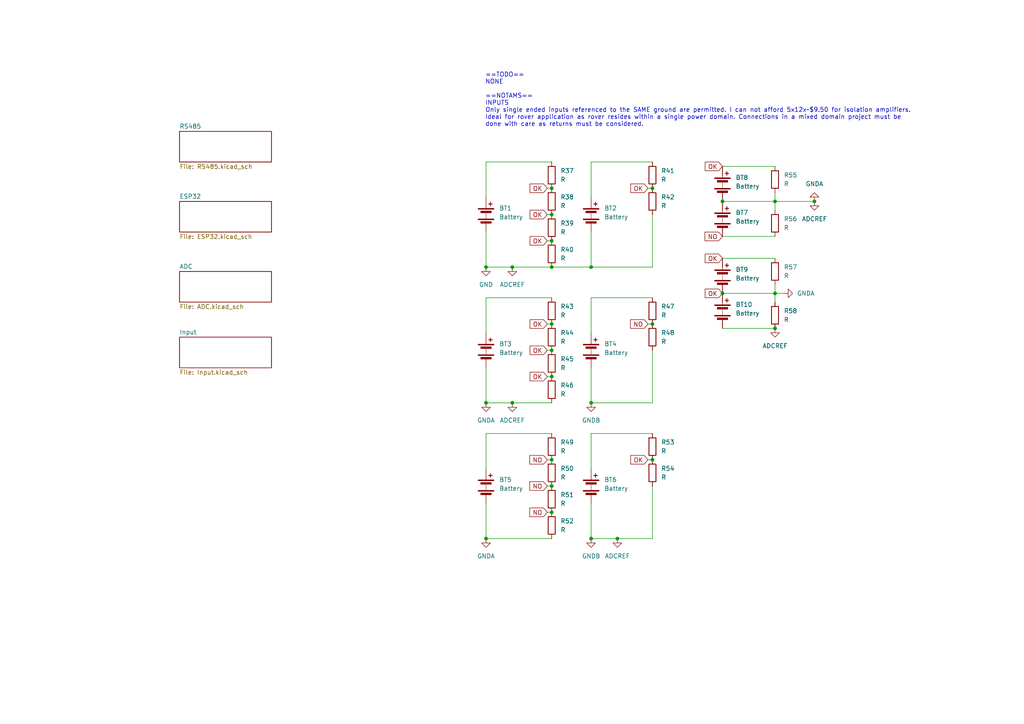
<source format=kicad_sch>
(kicad_sch
	(version 20231120)
	(generator "eeschema")
	(generator_version "8.0")
	(uuid "2323f1e2-9577-4118-b908-c70c0bd96db3")
	(paper "A4")
	(lib_symbols
		(symbol "Device:Battery"
			(pin_numbers hide)
			(pin_names
				(offset 0) hide)
			(exclude_from_sim no)
			(in_bom yes)
			(on_board yes)
			(property "Reference" "BT"
				(at 2.54 2.54 0)
				(effects
					(font
						(size 1.27 1.27)
					)
					(justify left)
				)
			)
			(property "Value" "Battery"
				(at 2.54 0 0)
				(effects
					(font
						(size 1.27 1.27)
					)
					(justify left)
				)
			)
			(property "Footprint" ""
				(at 0 1.524 90)
				(effects
					(font
						(size 1.27 1.27)
					)
					(hide yes)
				)
			)
			(property "Datasheet" "~"
				(at 0 1.524 90)
				(effects
					(font
						(size 1.27 1.27)
					)
					(hide yes)
				)
			)
			(property "Description" "Multiple-cell battery"
				(at 0 0 0)
				(effects
					(font
						(size 1.27 1.27)
					)
					(hide yes)
				)
			)
			(property "ki_keywords" "batt voltage-source cell"
				(at 0 0 0)
				(effects
					(font
						(size 1.27 1.27)
					)
					(hide yes)
				)
			)
			(symbol "Battery_0_1"
				(rectangle
					(start -2.286 -1.27)
					(end 2.286 -1.524)
					(stroke
						(width 0)
						(type default)
					)
					(fill
						(type outline)
					)
				)
				(rectangle
					(start -2.286 1.778)
					(end 2.286 1.524)
					(stroke
						(width 0)
						(type default)
					)
					(fill
						(type outline)
					)
				)
				(rectangle
					(start -1.524 -2.032)
					(end 1.524 -2.54)
					(stroke
						(width 0)
						(type default)
					)
					(fill
						(type outline)
					)
				)
				(rectangle
					(start -1.524 1.016)
					(end 1.524 0.508)
					(stroke
						(width 0)
						(type default)
					)
					(fill
						(type outline)
					)
				)
				(polyline
					(pts
						(xy 0 -1.016) (xy 0 -0.762)
					)
					(stroke
						(width 0)
						(type default)
					)
					(fill
						(type none)
					)
				)
				(polyline
					(pts
						(xy 0 -0.508) (xy 0 -0.254)
					)
					(stroke
						(width 0)
						(type default)
					)
					(fill
						(type none)
					)
				)
				(polyline
					(pts
						(xy 0 0) (xy 0 0.254)
					)
					(stroke
						(width 0)
						(type default)
					)
					(fill
						(type none)
					)
				)
				(polyline
					(pts
						(xy 0 1.778) (xy 0 2.54)
					)
					(stroke
						(width 0)
						(type default)
					)
					(fill
						(type none)
					)
				)
				(polyline
					(pts
						(xy 0.762 3.048) (xy 1.778 3.048)
					)
					(stroke
						(width 0.254)
						(type default)
					)
					(fill
						(type none)
					)
				)
				(polyline
					(pts
						(xy 1.27 3.556) (xy 1.27 2.54)
					)
					(stroke
						(width 0.254)
						(type default)
					)
					(fill
						(type none)
					)
				)
			)
			(symbol "Battery_1_1"
				(pin passive line
					(at 0 5.08 270)
					(length 2.54)
					(name "+"
						(effects
							(font
								(size 1.27 1.27)
							)
						)
					)
					(number "1"
						(effects
							(font
								(size 1.27 1.27)
							)
						)
					)
				)
				(pin passive line
					(at 0 -5.08 90)
					(length 2.54)
					(name "-"
						(effects
							(font
								(size 1.27 1.27)
							)
						)
					)
					(number "2"
						(effects
							(font
								(size 1.27 1.27)
							)
						)
					)
				)
			)
		)
		(symbol "Device:R"
			(pin_numbers hide)
			(pin_names
				(offset 0)
			)
			(exclude_from_sim no)
			(in_bom yes)
			(on_board yes)
			(property "Reference" "R"
				(at 2.032 0 90)
				(effects
					(font
						(size 1.27 1.27)
					)
				)
			)
			(property "Value" "R"
				(at 0 0 90)
				(effects
					(font
						(size 1.27 1.27)
					)
				)
			)
			(property "Footprint" ""
				(at -1.778 0 90)
				(effects
					(font
						(size 1.27 1.27)
					)
					(hide yes)
				)
			)
			(property "Datasheet" "~"
				(at 0 0 0)
				(effects
					(font
						(size 1.27 1.27)
					)
					(hide yes)
				)
			)
			(property "Description" "Resistor"
				(at 0 0 0)
				(effects
					(font
						(size 1.27 1.27)
					)
					(hide yes)
				)
			)
			(property "ki_keywords" "R res resistor"
				(at 0 0 0)
				(effects
					(font
						(size 1.27 1.27)
					)
					(hide yes)
				)
			)
			(property "ki_fp_filters" "R_*"
				(at 0 0 0)
				(effects
					(font
						(size 1.27 1.27)
					)
					(hide yes)
				)
			)
			(symbol "R_0_1"
				(rectangle
					(start -1.016 -2.54)
					(end 1.016 2.54)
					(stroke
						(width 0.254)
						(type default)
					)
					(fill
						(type none)
					)
				)
			)
			(symbol "R_1_1"
				(pin passive line
					(at 0 3.81 270)
					(length 1.27)
					(name "~"
						(effects
							(font
								(size 1.27 1.27)
							)
						)
					)
					(number "1"
						(effects
							(font
								(size 1.27 1.27)
							)
						)
					)
				)
				(pin passive line
					(at 0 -3.81 90)
					(length 1.27)
					(name "~"
						(effects
							(font
								(size 1.27 1.27)
							)
						)
					)
					(number "2"
						(effects
							(font
								(size 1.27 1.27)
							)
						)
					)
				)
			)
		)
		(symbol "power:GND"
			(power)
			(pin_numbers hide)
			(pin_names
				(offset 0) hide)
			(exclude_from_sim no)
			(in_bom yes)
			(on_board yes)
			(property "Reference" "#PWR"
				(at 0 -6.35 0)
				(effects
					(font
						(size 1.27 1.27)
					)
					(hide yes)
				)
			)
			(property "Value" "GND"
				(at 0 -3.81 0)
				(effects
					(font
						(size 1.27 1.27)
					)
				)
			)
			(property "Footprint" ""
				(at 0 0 0)
				(effects
					(font
						(size 1.27 1.27)
					)
					(hide yes)
				)
			)
			(property "Datasheet" ""
				(at 0 0 0)
				(effects
					(font
						(size 1.27 1.27)
					)
					(hide yes)
				)
			)
			(property "Description" "Power symbol creates a global label with name \"GND\" , ground"
				(at 0 0 0)
				(effects
					(font
						(size 1.27 1.27)
					)
					(hide yes)
				)
			)
			(property "ki_keywords" "global power"
				(at 0 0 0)
				(effects
					(font
						(size 1.27 1.27)
					)
					(hide yes)
				)
			)
			(symbol "GND_0_1"
				(polyline
					(pts
						(xy 0 0) (xy 0 -1.27) (xy 1.27 -1.27) (xy 0 -2.54) (xy -1.27 -1.27) (xy 0 -1.27)
					)
					(stroke
						(width 0)
						(type default)
					)
					(fill
						(type none)
					)
				)
			)
			(symbol "GND_1_1"
				(pin power_in line
					(at 0 0 270)
					(length 0)
					(name "~"
						(effects
							(font
								(size 1.27 1.27)
							)
						)
					)
					(number "1"
						(effects
							(font
								(size 1.27 1.27)
							)
						)
					)
				)
			)
		)
	)
	(junction
		(at 209.55 58.42)
		(diameter 0)
		(color 0 0 0 0)
		(uuid "01cb87ad-e8f8-49da-8cf5-ba9797db9a7a")
	)
	(junction
		(at 224.79 95.25)
		(diameter 0)
		(color 0 0 0 0)
		(uuid "06297f5c-637a-4b47-8ba3-6f97a9c7cbac")
	)
	(junction
		(at 189.23 93.98)
		(diameter 0)
		(color 0 0 0 0)
		(uuid "09977e2c-e31a-476e-a225-64fc12f83a0d")
	)
	(junction
		(at 209.55 85.09)
		(diameter 0)
		(color 0 0 0 0)
		(uuid "1564c998-1857-49c3-bfa4-2ea4d94ee46d")
	)
	(junction
		(at 148.59 116.84)
		(diameter 0)
		(color 0 0 0 0)
		(uuid "1dddc2a6-566f-42f0-b21e-8c326d556dd9")
	)
	(junction
		(at 160.02 93.98)
		(diameter 0)
		(color 0 0 0 0)
		(uuid "1f34c5e4-c10c-4b93-9f7a-09eb230d6721")
	)
	(junction
		(at 148.59 77.47)
		(diameter 0)
		(color 0 0 0 0)
		(uuid "2e15db90-fc18-431a-a111-81e2755ae4b8")
	)
	(junction
		(at 224.79 58.42)
		(diameter 0)
		(color 0 0 0 0)
		(uuid "40713144-d849-4d30-8e72-06c545eb1b4e")
	)
	(junction
		(at 224.79 85.09)
		(diameter 0)
		(color 0 0 0 0)
		(uuid "4a300674-bbb0-493a-a7eb-068d729a6e3b")
	)
	(junction
		(at 189.23 54.61)
		(diameter 0)
		(color 0 0 0 0)
		(uuid "54b53aec-f8d6-4051-85ba-7ba64a4a6744")
	)
	(junction
		(at 160.02 109.22)
		(diameter 0)
		(color 0 0 0 0)
		(uuid "59eace08-7933-431e-9d27-2fe29a09703b")
	)
	(junction
		(at 140.97 116.84)
		(diameter 0)
		(color 0 0 0 0)
		(uuid "5e99016e-a67a-44f9-b643-7e1722958eed")
	)
	(junction
		(at 189.23 133.35)
		(diameter 0)
		(color 0 0 0 0)
		(uuid "66cb8c7b-3d36-4a4c-aefb-eb045813f7da")
	)
	(junction
		(at 179.07 156.21)
		(diameter 0)
		(color 0 0 0 0)
		(uuid "66e4cbff-4699-46c8-a664-bdc544515fd9")
	)
	(junction
		(at 160.02 101.6)
		(diameter 0)
		(color 0 0 0 0)
		(uuid "6db2a611-b001-4887-a2e2-f7b4c5ad8349")
	)
	(junction
		(at 160.02 133.35)
		(diameter 0)
		(color 0 0 0 0)
		(uuid "8789ea06-c670-4f93-8023-4fe1840ba718")
	)
	(junction
		(at 171.45 156.21)
		(diameter 0)
		(color 0 0 0 0)
		(uuid "910d27e4-2641-43f7-b866-cc49c4b5233f")
	)
	(junction
		(at 160.02 148.59)
		(diameter 0)
		(color 0 0 0 0)
		(uuid "9710e1a6-4c33-402f-8e10-d755a61b0fb0")
	)
	(junction
		(at 160.02 77.47)
		(diameter 0)
		(color 0 0 0 0)
		(uuid "9c16c6df-4d1f-4e46-8ab3-b367ac5e9c44")
	)
	(junction
		(at 171.45 77.47)
		(diameter 0)
		(color 0 0 0 0)
		(uuid "ac9a89d7-9f69-4bd9-bfa1-09fbea59c5d4")
	)
	(junction
		(at 160.02 140.97)
		(diameter 0)
		(color 0 0 0 0)
		(uuid "aed58bf8-db41-4047-8dd7-d7ecb4c9d496")
	)
	(junction
		(at 160.02 54.61)
		(diameter 0)
		(color 0 0 0 0)
		(uuid "afca74b2-73d7-4df4-ae3f-8fdce67ea79f")
	)
	(junction
		(at 171.45 116.84)
		(diameter 0)
		(color 0 0 0 0)
		(uuid "b8a5221d-e215-4822-b8a8-08e28e74d765")
	)
	(junction
		(at 160.02 69.85)
		(diameter 0)
		(color 0 0 0 0)
		(uuid "bd2fc301-a195-44b5-a4a7-2fa333666729")
	)
	(junction
		(at 236.22 58.42)
		(diameter 0)
		(color 0 0 0 0)
		(uuid "d3e20e63-83d7-4d90-babb-23a3a3da888b")
	)
	(junction
		(at 140.97 156.21)
		(diameter 0)
		(color 0 0 0 0)
		(uuid "e254ea48-8b14-4a57-9683-6e4ecba7b1c8")
	)
	(junction
		(at 160.02 62.23)
		(diameter 0)
		(color 0 0 0 0)
		(uuid "e54aae09-d864-4ebd-820d-bca790da8aa4")
	)
	(junction
		(at 140.97 77.47)
		(diameter 0)
		(color 0 0 0 0)
		(uuid "fa441189-f778-40c8-ae03-28e5ba2c3a50")
	)
	(wire
		(pts
			(xy 158.75 109.22) (xy 160.02 109.22)
		)
		(stroke
			(width 0)
			(type default)
		)
		(uuid "02361858-b8b3-4b45-b993-324b93a0027d")
	)
	(wire
		(pts
			(xy 148.59 116.84) (xy 160.02 116.84)
		)
		(stroke
			(width 0)
			(type default)
		)
		(uuid "069d03df-ff1e-42fa-a949-53dd50178687")
	)
	(wire
		(pts
			(xy 224.79 85.09) (xy 227.33 85.09)
		)
		(stroke
			(width 0)
			(type default)
		)
		(uuid "0c367906-055a-4d21-ae65-9fd30ffb32e0")
	)
	(wire
		(pts
			(xy 158.75 140.97) (xy 160.02 140.97)
		)
		(stroke
			(width 0)
			(type default)
		)
		(uuid "116c688f-0041-4493-8230-953ec9f67027")
	)
	(wire
		(pts
			(xy 189.23 62.23) (xy 189.23 77.47)
		)
		(stroke
			(width 0)
			(type default)
		)
		(uuid "12b30f2b-4e29-464d-a695-5441476c2b1c")
	)
	(wire
		(pts
			(xy 140.97 125.73) (xy 160.02 125.73)
		)
		(stroke
			(width 0)
			(type default)
		)
		(uuid "23ea021b-1aa1-4c5c-8c97-befe48169f0a")
	)
	(wire
		(pts
			(xy 140.97 86.36) (xy 160.02 86.36)
		)
		(stroke
			(width 0)
			(type default)
		)
		(uuid "2610991d-26c1-42e4-ab52-20a9ce363793")
	)
	(wire
		(pts
			(xy 209.55 58.42) (xy 224.79 58.42)
		)
		(stroke
			(width 0)
			(type default)
		)
		(uuid "2c1493cb-5380-472d-a932-587064aa13c7")
	)
	(wire
		(pts
			(xy 224.79 58.42) (xy 224.79 60.96)
		)
		(stroke
			(width 0)
			(type default)
		)
		(uuid "30363c99-ac11-4946-8984-bafb9946ebe8")
	)
	(wire
		(pts
			(xy 140.97 135.89) (xy 140.97 125.73)
		)
		(stroke
			(width 0)
			(type default)
		)
		(uuid "39831654-0d58-4bd2-b20d-db3ebddf1895")
	)
	(wire
		(pts
			(xy 158.75 54.61) (xy 160.02 54.61)
		)
		(stroke
			(width 0)
			(type default)
		)
		(uuid "3bebd34f-ae2b-43dd-be30-9ad51646ac72")
	)
	(wire
		(pts
			(xy 171.45 96.52) (xy 171.45 86.36)
		)
		(stroke
			(width 0)
			(type default)
		)
		(uuid "40a46b26-295c-46b2-b476-450f2ad3befc")
	)
	(wire
		(pts
			(xy 140.97 46.99) (xy 160.02 46.99)
		)
		(stroke
			(width 0)
			(type default)
		)
		(uuid "462d5ce4-de0a-43fa-bfab-933fde1a6d4b")
	)
	(wire
		(pts
			(xy 171.45 46.99) (xy 189.23 46.99)
		)
		(stroke
			(width 0)
			(type default)
		)
		(uuid "4c7d9d09-28aa-4c36-9916-2f96d73bc702")
	)
	(wire
		(pts
			(xy 224.79 55.88) (xy 224.79 58.42)
		)
		(stroke
			(width 0)
			(type default)
		)
		(uuid "5109e2bc-ee9f-47a3-b996-ab41b157244f")
	)
	(wire
		(pts
			(xy 209.55 48.26) (xy 224.79 48.26)
		)
		(stroke
			(width 0)
			(type default)
		)
		(uuid "5198e129-51d9-452e-ad4e-b5cbd6b5bd21")
	)
	(wire
		(pts
			(xy 187.96 133.35) (xy 189.23 133.35)
		)
		(stroke
			(width 0)
			(type default)
		)
		(uuid "65298307-3f23-4373-9527-bc32e51ecc4d")
	)
	(wire
		(pts
			(xy 209.55 68.58) (xy 224.79 68.58)
		)
		(stroke
			(width 0)
			(type default)
		)
		(uuid "6919b4e9-4f0a-4a79-b273-a393d21a0d72")
	)
	(wire
		(pts
			(xy 189.23 140.97) (xy 189.23 156.21)
		)
		(stroke
			(width 0)
			(type default)
		)
		(uuid "6d0183f7-e244-4722-8e26-6d35fae5b01c")
	)
	(wire
		(pts
			(xy 187.96 93.98) (xy 189.23 93.98)
		)
		(stroke
			(width 0)
			(type default)
		)
		(uuid "6d722099-6bd2-4c64-a6e7-79499a9d4e6d")
	)
	(wire
		(pts
			(xy 171.45 57.15) (xy 171.45 46.99)
		)
		(stroke
			(width 0)
			(type default)
		)
		(uuid "6f5557e8-6b5d-4801-8cd8-d9ef2155b87d")
	)
	(wire
		(pts
			(xy 140.97 77.47) (xy 148.59 77.47)
		)
		(stroke
			(width 0)
			(type default)
		)
		(uuid "75e4278f-76c0-404a-b24b-24868d54d3de")
	)
	(wire
		(pts
			(xy 224.79 82.55) (xy 224.79 85.09)
		)
		(stroke
			(width 0)
			(type default)
		)
		(uuid "7ac0f497-a07e-4820-8cd3-d4eaed1d611d")
	)
	(wire
		(pts
			(xy 189.23 101.6) (xy 189.23 116.84)
		)
		(stroke
			(width 0)
			(type default)
		)
		(uuid "7d10f743-9d49-4df7-b423-bb63d1c4512c")
	)
	(wire
		(pts
			(xy 171.45 125.73) (xy 189.23 125.73)
		)
		(stroke
			(width 0)
			(type default)
		)
		(uuid "7e28291f-7640-4091-82f8-66e83a166b3a")
	)
	(wire
		(pts
			(xy 224.79 58.42) (xy 236.22 58.42)
		)
		(stroke
			(width 0)
			(type default)
		)
		(uuid "7e6b1457-2865-435d-b702-72d871155e7d")
	)
	(wire
		(pts
			(xy 189.23 116.84) (xy 171.45 116.84)
		)
		(stroke
			(width 0)
			(type default)
		)
		(uuid "8712c355-570a-40e4-b120-7d7e9c0ba913")
	)
	(wire
		(pts
			(xy 140.97 106.68) (xy 140.97 116.84)
		)
		(stroke
			(width 0)
			(type default)
		)
		(uuid "878b803d-c4f1-41ae-97cc-496e940e595b")
	)
	(wire
		(pts
			(xy 160.02 77.47) (xy 171.45 77.47)
		)
		(stroke
			(width 0)
			(type default)
		)
		(uuid "88ec74d1-2a71-46c8-ba09-1176590cb960")
	)
	(wire
		(pts
			(xy 171.45 77.47) (xy 171.45 67.31)
		)
		(stroke
			(width 0)
			(type default)
		)
		(uuid "8d6ac876-d909-4e7c-aa3b-0e62fa1ad55d")
	)
	(wire
		(pts
			(xy 209.55 95.25) (xy 224.79 95.25)
		)
		(stroke
			(width 0)
			(type default)
		)
		(uuid "8deff8a5-55f3-42fc-9017-72c7b49db09b")
	)
	(wire
		(pts
			(xy 171.45 116.84) (xy 171.45 106.68)
		)
		(stroke
			(width 0)
			(type default)
		)
		(uuid "8df8791c-85e3-4542-9fd2-6ed8b4e04b32")
	)
	(wire
		(pts
			(xy 158.75 101.6) (xy 160.02 101.6)
		)
		(stroke
			(width 0)
			(type default)
		)
		(uuid "92670052-b1b6-46f3-b0f8-cf57cb8d1c94")
	)
	(wire
		(pts
			(xy 189.23 77.47) (xy 171.45 77.47)
		)
		(stroke
			(width 0)
			(type default)
		)
		(uuid "96be5da0-18de-48de-87e7-d5611a250f26")
	)
	(wire
		(pts
			(xy 158.75 93.98) (xy 160.02 93.98)
		)
		(stroke
			(width 0)
			(type default)
		)
		(uuid "98952e36-cbe7-4018-ac2a-274efeb40c70")
	)
	(wire
		(pts
			(xy 158.75 62.23) (xy 160.02 62.23)
		)
		(stroke
			(width 0)
			(type default)
		)
		(uuid "99a57124-bf1d-4523-901e-0beb56e0c98c")
	)
	(wire
		(pts
			(xy 209.55 74.93) (xy 224.79 74.93)
		)
		(stroke
			(width 0)
			(type default)
		)
		(uuid "9c771c6a-1420-4deb-b70a-1e0f23fe2309")
	)
	(wire
		(pts
			(xy 187.96 54.61) (xy 189.23 54.61)
		)
		(stroke
			(width 0)
			(type default)
		)
		(uuid "9f8a3051-5c5e-495a-bb9f-a85bf614816f")
	)
	(wire
		(pts
			(xy 171.45 135.89) (xy 171.45 125.73)
		)
		(stroke
			(width 0)
			(type default)
		)
		(uuid "a953e608-2fd0-4377-8609-329fcec2224b")
	)
	(wire
		(pts
			(xy 158.75 148.59) (xy 160.02 148.59)
		)
		(stroke
			(width 0)
			(type default)
		)
		(uuid "b000fa16-7ffb-4c1f-b9d6-5d8c9b2d9cf4")
	)
	(wire
		(pts
			(xy 224.79 85.09) (xy 224.79 87.63)
		)
		(stroke
			(width 0)
			(type default)
		)
		(uuid "b4828e77-66de-46fe-b460-1b9c2bc98068")
	)
	(wire
		(pts
			(xy 158.75 133.35) (xy 160.02 133.35)
		)
		(stroke
			(width 0)
			(type default)
		)
		(uuid "b7f7769d-ff9a-470c-9bd9-374291e0c501")
	)
	(wire
		(pts
			(xy 140.97 146.05) (xy 140.97 156.21)
		)
		(stroke
			(width 0)
			(type default)
		)
		(uuid "b7fcda43-951b-40bb-9d0d-86aef1cea3e5")
	)
	(wire
		(pts
			(xy 171.45 86.36) (xy 189.23 86.36)
		)
		(stroke
			(width 0)
			(type default)
		)
		(uuid "b9a7b7cd-cee6-4e28-b44d-02d8e3be8a1d")
	)
	(wire
		(pts
			(xy 158.75 69.85) (xy 160.02 69.85)
		)
		(stroke
			(width 0)
			(type default)
		)
		(uuid "c9e282c3-2612-4679-a545-db9ff0adb7b2")
	)
	(wire
		(pts
			(xy 140.97 116.84) (xy 148.59 116.84)
		)
		(stroke
			(width 0)
			(type default)
		)
		(uuid "d49c30a2-f1fd-419d-bce2-97470aa696d3")
	)
	(wire
		(pts
			(xy 140.97 57.15) (xy 140.97 46.99)
		)
		(stroke
			(width 0)
			(type default)
		)
		(uuid "d4a45014-a05f-4a89-b709-2c66b442ea2c")
	)
	(wire
		(pts
			(xy 148.59 77.47) (xy 160.02 77.47)
		)
		(stroke
			(width 0)
			(type default)
		)
		(uuid "db1ff807-c6a3-4fd0-b1bf-244570f56ab5")
	)
	(wire
		(pts
			(xy 189.23 156.21) (xy 179.07 156.21)
		)
		(stroke
			(width 0)
			(type default)
		)
		(uuid "de9be86a-e4c9-4b83-82d2-880f2da579b5")
	)
	(wire
		(pts
			(xy 171.45 156.21) (xy 171.45 146.05)
		)
		(stroke
			(width 0)
			(type default)
		)
		(uuid "e02a7da5-5106-416f-b55b-376919f35ad5")
	)
	(wire
		(pts
			(xy 140.97 96.52) (xy 140.97 86.36)
		)
		(stroke
			(width 0)
			(type default)
		)
		(uuid "ed065064-4f02-479e-abf9-839e4c1c8c69")
	)
	(wire
		(pts
			(xy 140.97 156.21) (xy 160.02 156.21)
		)
		(stroke
			(width 0)
			(type default)
		)
		(uuid "ed345e42-163d-416a-9f84-6521bcad80c7")
	)
	(wire
		(pts
			(xy 209.55 85.09) (xy 224.79 85.09)
		)
		(stroke
			(width 0)
			(type default)
		)
		(uuid "f282ae22-87e6-416c-ba9b-245c9525974d")
	)
	(wire
		(pts
			(xy 140.97 67.31) (xy 140.97 77.47)
		)
		(stroke
			(width 0)
			(type default)
		)
		(uuid "f43fcd2f-7c94-4cd6-a1fd-955c78842e76")
	)
	(wire
		(pts
			(xy 179.07 156.21) (xy 171.45 156.21)
		)
		(stroke
			(width 0)
			(type default)
		)
		(uuid "f90db7af-4144-4b5e-b0c1-03b5025108aa")
	)
	(text "==TODO==\nNONE\n\n==NOTAMS==\nINPUTS\nOnly single ended inputs referenced to the SAME ground are permitted. I can not afford 5x12x~$9.50 for isolation amplifiers.\nIdeal for rover application as rover resides within a single power domain. Connections in a mixed domain project must be\ndone with care as returns must be considered."
		(exclude_from_sim no)
		(at 140.716 28.956 0)
		(effects
			(font
				(size 1.27 1.27)
			)
			(justify left)
		)
		(uuid "d77c772e-5a53-412e-a669-2fb7c2f6509d")
	)
	(global_label "NO"
		(shape input)
		(at 187.96 93.98 180)
		(fields_autoplaced yes)
		(effects
			(font
				(size 1.27 1.27)
			)
			(justify right)
		)
		(uuid "28fb3223-8000-42be-be6b-f9380c5d0081")
		(property "Intersheetrefs" "${INTERSHEET_REFS}"
			(at 182.3138 93.98 0)
			(effects
				(font
					(size 1.27 1.27)
				)
				(justify right)
				(hide yes)
			)
		)
	)
	(global_label "OK"
		(shape input)
		(at 187.96 54.61 180)
		(fields_autoplaced yes)
		(effects
			(font
				(size 1.27 1.27)
			)
			(justify right)
		)
		(uuid "345d809a-bfea-4635-9eeb-d9b8f020460b")
		(property "Intersheetrefs" "${INTERSHEET_REFS}"
			(at 182.3743 54.61 0)
			(effects
				(font
					(size 1.27 1.27)
				)
				(justify right)
				(hide yes)
			)
		)
	)
	(global_label "OK"
		(shape input)
		(at 158.75 62.23 180)
		(fields_autoplaced yes)
		(effects
			(font
				(size 1.27 1.27)
			)
			(justify right)
		)
		(uuid "3799b015-7d6e-494b-8d7a-206b7ffed8cd")
		(property "Intersheetrefs" "${INTERSHEET_REFS}"
			(at 153.1643 62.23 0)
			(effects
				(font
					(size 1.27 1.27)
				)
				(justify right)
				(hide yes)
			)
		)
	)
	(global_label "OK"
		(shape input)
		(at 209.55 74.93 180)
		(fields_autoplaced yes)
		(effects
			(font
				(size 1.27 1.27)
			)
			(justify right)
		)
		(uuid "430db031-2ceb-498d-a741-42462a6e1cde")
		(property "Intersheetrefs" "${INTERSHEET_REFS}"
			(at 203.9643 74.93 0)
			(effects
				(font
					(size 1.27 1.27)
				)
				(justify right)
				(hide yes)
			)
		)
	)
	(global_label "OK"
		(shape input)
		(at 158.75 101.6 180)
		(fields_autoplaced yes)
		(effects
			(font
				(size 1.27 1.27)
			)
			(justify right)
		)
		(uuid "46a6fe30-9aa0-4e3b-80d8-35c4ca1163f4")
		(property "Intersheetrefs" "${INTERSHEET_REFS}"
			(at 153.1643 101.6 0)
			(effects
				(font
					(size 1.27 1.27)
				)
				(justify right)
				(hide yes)
			)
		)
	)
	(global_label "NO"
		(shape input)
		(at 209.55 68.58 180)
		(fields_autoplaced yes)
		(effects
			(font
				(size 1.27 1.27)
			)
			(justify right)
		)
		(uuid "54480d3d-aac0-47d7-ba87-96fc993bbaa5")
		(property "Intersheetrefs" "${INTERSHEET_REFS}"
			(at 203.9038 68.58 0)
			(effects
				(font
					(size 1.27 1.27)
				)
				(justify right)
				(hide yes)
			)
		)
	)
	(global_label "NO"
		(shape input)
		(at 158.75 140.97 180)
		(fields_autoplaced yes)
		(effects
			(font
				(size 1.27 1.27)
			)
			(justify right)
		)
		(uuid "5ba3016f-fa63-482b-8696-cf3f2cbbb061")
		(property "Intersheetrefs" "${INTERSHEET_REFS}"
			(at 153.1038 140.97 0)
			(effects
				(font
					(size 1.27 1.27)
				)
				(justify right)
				(hide yes)
			)
		)
	)
	(global_label "OK"
		(shape input)
		(at 209.55 85.09 180)
		(fields_autoplaced yes)
		(effects
			(font
				(size 1.27 1.27)
			)
			(justify right)
		)
		(uuid "5c282cf6-c725-49dc-a955-1cf8ae79ceb0")
		(property "Intersheetrefs" "${INTERSHEET_REFS}"
			(at 203.9643 85.09 0)
			(effects
				(font
					(size 1.27 1.27)
				)
				(justify right)
				(hide yes)
			)
		)
	)
	(global_label "OK"
		(shape input)
		(at 187.96 133.35 180)
		(fields_autoplaced yes)
		(effects
			(font
				(size 1.27 1.27)
			)
			(justify right)
		)
		(uuid "7cd00fc0-0ce0-48ae-9633-4f52d621d8fb")
		(property "Intersheetrefs" "${INTERSHEET_REFS}"
			(at 182.3743 133.35 0)
			(effects
				(font
					(size 1.27 1.27)
				)
				(justify right)
				(hide yes)
			)
		)
	)
	(global_label "OK"
		(shape input)
		(at 158.75 93.98 180)
		(fields_autoplaced yes)
		(effects
			(font
				(size 1.27 1.27)
			)
			(justify right)
		)
		(uuid "af9a482f-c5a9-4bd3-bb2c-563887285769")
		(property "Intersheetrefs" "${INTERSHEET_REFS}"
			(at 153.1643 93.98 0)
			(effects
				(font
					(size 1.27 1.27)
				)
				(justify right)
				(hide yes)
			)
		)
	)
	(global_label "OK"
		(shape input)
		(at 158.75 54.61 180)
		(fields_autoplaced yes)
		(effects
			(font
				(size 1.27 1.27)
			)
			(justify right)
		)
		(uuid "b3839552-69f5-4c0a-9994-8725ddf6e712")
		(property "Intersheetrefs" "${INTERSHEET_REFS}"
			(at 153.1643 54.61 0)
			(effects
				(font
					(size 1.27 1.27)
				)
				(justify right)
				(hide yes)
			)
		)
	)
	(global_label "OK"
		(shape input)
		(at 158.75 109.22 180)
		(fields_autoplaced yes)
		(effects
			(font
				(size 1.27 1.27)
			)
			(justify right)
		)
		(uuid "b8faa945-d854-46d4-94cc-c705a2882d0c")
		(property "Intersheetrefs" "${INTERSHEET_REFS}"
			(at 153.1643 109.22 0)
			(effects
				(font
					(size 1.27 1.27)
				)
				(justify right)
				(hide yes)
			)
		)
	)
	(global_label "NO"
		(shape input)
		(at 158.75 148.59 180)
		(fields_autoplaced yes)
		(effects
			(font
				(size 1.27 1.27)
			)
			(justify right)
		)
		(uuid "c508630f-c545-4d9c-958b-339bcfb109ea")
		(property "Intersheetrefs" "${INTERSHEET_REFS}"
			(at 153.1038 148.59 0)
			(effects
				(font
					(size 1.27 1.27)
				)
				(justify right)
				(hide yes)
			)
		)
	)
	(global_label "OK"
		(shape input)
		(at 209.55 48.26 180)
		(fields_autoplaced yes)
		(effects
			(font
				(size 1.27 1.27)
			)
			(justify right)
		)
		(uuid "ccf368e1-0008-472e-8989-dd389abff2e4")
		(property "Intersheetrefs" "${INTERSHEET_REFS}"
			(at 203.9643 48.26 0)
			(effects
				(font
					(size 1.27 1.27)
				)
				(justify right)
				(hide yes)
			)
		)
	)
	(global_label "OK"
		(shape input)
		(at 158.75 69.85 180)
		(fields_autoplaced yes)
		(effects
			(font
				(size 1.27 1.27)
			)
			(justify right)
		)
		(uuid "ce5523b1-de5e-4dfb-be64-907def97fa8c")
		(property "Intersheetrefs" "${INTERSHEET_REFS}"
			(at 153.1643 69.85 0)
			(effects
				(font
					(size 1.27 1.27)
				)
				(justify right)
				(hide yes)
			)
		)
	)
	(global_label "NO"
		(shape input)
		(at 158.75 133.35 180)
		(fields_autoplaced yes)
		(effects
			(font
				(size 1.27 1.27)
			)
			(justify right)
		)
		(uuid "dc35eea0-9185-4db9-b454-bbfacf8ea220")
		(property "Intersheetrefs" "${INTERSHEET_REFS}"
			(at 153.1038 133.35 0)
			(effects
				(font
					(size 1.27 1.27)
				)
				(justify right)
				(hide yes)
			)
		)
	)
	(symbol
		(lib_id "Device:Battery")
		(at 140.97 101.6 0)
		(unit 1)
		(exclude_from_sim no)
		(in_bom yes)
		(on_board yes)
		(dnp no)
		(fields_autoplaced yes)
		(uuid "02fcf265-ca6e-4365-93e0-53e62055b233")
		(property "Reference" "BT3"
			(at 144.78 99.7584 0)
			(effects
				(font
					(size 1.27 1.27)
				)
				(justify left)
			)
		)
		(property "Value" "Battery"
			(at 144.78 102.2984 0)
			(effects
				(font
					(size 1.27 1.27)
				)
				(justify left)
			)
		)
		(property "Footprint" ""
			(at 140.97 100.076 90)
			(effects
				(font
					(size 1.27 1.27)
				)
				(hide yes)
			)
		)
		(property "Datasheet" "~"
			(at 140.97 100.076 90)
			(effects
				(font
					(size 1.27 1.27)
				)
				(hide yes)
			)
		)
		(property "Description" "Multiple-cell battery"
			(at 140.97 101.6 0)
			(effects
				(font
					(size 1.27 1.27)
				)
				(hide yes)
			)
		)
		(pin "2"
			(uuid "9bdff97b-d88a-474f-9514-44b6cd2f0ebe")
		)
		(pin "1"
			(uuid "331c30d1-96fa-49a9-9056-22e389d3bbaa")
		)
		(instances
			(project "modvolt"
				(path "/2323f1e2-9577-4118-b908-c70c0bd96db3"
					(reference "BT3")
					(unit 1)
				)
			)
		)
	)
	(symbol
		(lib_id "power:GND")
		(at 140.97 77.47 0)
		(unit 1)
		(exclude_from_sim no)
		(in_bom yes)
		(on_board yes)
		(dnp no)
		(fields_autoplaced yes)
		(uuid "0b092a3e-4d02-492e-a7e5-ef173524f156")
		(property "Reference" "#PWR066"
			(at 140.97 83.82 0)
			(effects
				(font
					(size 1.27 1.27)
				)
				(hide yes)
			)
		)
		(property "Value" "GND"
			(at 140.97 82.55 0)
			(effects
				(font
					(size 1.27 1.27)
				)
			)
		)
		(property "Footprint" ""
			(at 140.97 77.47 0)
			(effects
				(font
					(size 1.27 1.27)
				)
				(hide yes)
			)
		)
		(property "Datasheet" ""
			(at 140.97 77.47 0)
			(effects
				(font
					(size 1.27 1.27)
				)
				(hide yes)
			)
		)
		(property "Description" "Power symbol creates a global label with name \"GND\" , ground"
			(at 140.97 77.47 0)
			(effects
				(font
					(size 1.27 1.27)
				)
				(hide yes)
			)
		)
		(pin "1"
			(uuid "56851fe2-774f-437f-a565-22ebc7cddabf")
		)
		(instances
			(project ""
				(path "/2323f1e2-9577-4118-b908-c70c0bd96db3"
					(reference "#PWR066")
					(unit 1)
				)
			)
		)
	)
	(symbol
		(lib_id "Device:Battery")
		(at 209.55 90.17 0)
		(unit 1)
		(exclude_from_sim no)
		(in_bom yes)
		(on_board yes)
		(dnp no)
		(fields_autoplaced yes)
		(uuid "0ec610f7-386d-4785-ae94-409be82cca6e")
		(property "Reference" "BT10"
			(at 213.36 88.3284 0)
			(effects
				(font
					(size 1.27 1.27)
				)
				(justify left)
			)
		)
		(property "Value" "Battery"
			(at 213.36 90.8684 0)
			(effects
				(font
					(size 1.27 1.27)
				)
				(justify left)
			)
		)
		(property "Footprint" ""
			(at 209.55 88.646 90)
			(effects
				(font
					(size 1.27 1.27)
				)
				(hide yes)
			)
		)
		(property "Datasheet" "~"
			(at 209.55 88.646 90)
			(effects
				(font
					(size 1.27 1.27)
				)
				(hide yes)
			)
		)
		(property "Description" "Multiple-cell battery"
			(at 209.55 90.17 0)
			(effects
				(font
					(size 1.27 1.27)
				)
				(hide yes)
			)
		)
		(pin "2"
			(uuid "15bad47d-9ebc-41f3-a842-fdcaab4c8e14")
		)
		(pin "1"
			(uuid "50229f68-b18e-4eac-8352-0aad21fac683")
		)
		(instances
			(project "modvolt"
				(path "/2323f1e2-9577-4118-b908-c70c0bd96db3"
					(reference "BT10")
					(unit 1)
				)
			)
		)
	)
	(symbol
		(lib_id "Device:R")
		(at 160.02 66.04 0)
		(unit 1)
		(exclude_from_sim no)
		(in_bom yes)
		(on_board yes)
		(dnp no)
		(fields_autoplaced yes)
		(uuid "231dfbf3-9fe5-4c89-8f77-c848f768ab57")
		(property "Reference" "R39"
			(at 162.56 64.7699 0)
			(effects
				(font
					(size 1.27 1.27)
				)
				(justify left)
			)
		)
		(property "Value" "R"
			(at 162.56 67.3099 0)
			(effects
				(font
					(size 1.27 1.27)
				)
				(justify left)
			)
		)
		(property "Footprint" ""
			(at 158.242 66.04 90)
			(effects
				(font
					(size 1.27 1.27)
				)
				(hide yes)
			)
		)
		(property "Datasheet" "~"
			(at 160.02 66.04 0)
			(effects
				(font
					(size 1.27 1.27)
				)
				(hide yes)
			)
		)
		(property "Description" "Resistor"
			(at 160.02 66.04 0)
			(effects
				(font
					(size 1.27 1.27)
				)
				(hide yes)
			)
		)
		(pin "1"
			(uuid "fd5ad21e-4ec3-40e8-9187-0fab52a8e37f")
		)
		(pin "2"
			(uuid "f173d0bf-936b-415e-9a1a-c011391786c7")
		)
		(instances
			(project "modvolt"
				(path "/2323f1e2-9577-4118-b908-c70c0bd96db3"
					(reference "R39")
					(unit 1)
				)
			)
		)
	)
	(symbol
		(lib_id "power:GND")
		(at 236.22 58.42 180)
		(unit 1)
		(exclude_from_sim no)
		(in_bom yes)
		(on_board yes)
		(dnp no)
		(fields_autoplaced yes)
		(uuid "2933bd81-b88a-4e78-b9b8-357f7686698e")
		(property "Reference" "#PWR074"
			(at 236.22 52.07 0)
			(effects
				(font
					(size 1.27 1.27)
				)
				(hide yes)
			)
		)
		(property "Value" "GNDA"
			(at 236.22 53.34 0)
			(effects
				(font
					(size 1.27 1.27)
				)
			)
		)
		(property "Footprint" ""
			(at 236.22 58.42 0)
			(effects
				(font
					(size 1.27 1.27)
				)
				(hide yes)
			)
		)
		(property "Datasheet" ""
			(at 236.22 58.42 0)
			(effects
				(font
					(size 1.27 1.27)
				)
				(hide yes)
			)
		)
		(property "Description" "Power symbol creates a global label with name \"GND\" , ground"
			(at 236.22 58.42 0)
			(effects
				(font
					(size 1.27 1.27)
				)
				(hide yes)
			)
		)
		(pin "1"
			(uuid "169dffcc-e0b1-411a-b78f-b6352149a82a")
		)
		(instances
			(project "modvolt"
				(path "/2323f1e2-9577-4118-b908-c70c0bd96db3"
					(reference "#PWR074")
					(unit 1)
				)
			)
		)
	)
	(symbol
		(lib_id "Device:R")
		(at 160.02 105.41 0)
		(unit 1)
		(exclude_from_sim no)
		(in_bom yes)
		(on_board yes)
		(dnp no)
		(fields_autoplaced yes)
		(uuid "308be19b-ef7d-4aa7-8faf-06accb96dd3e")
		(property "Reference" "R45"
			(at 162.56 104.1399 0)
			(effects
				(font
					(size 1.27 1.27)
				)
				(justify left)
			)
		)
		(property "Value" "R"
			(at 162.56 106.6799 0)
			(effects
				(font
					(size 1.27 1.27)
				)
				(justify left)
			)
		)
		(property "Footprint" ""
			(at 158.242 105.41 90)
			(effects
				(font
					(size 1.27 1.27)
				)
				(hide yes)
			)
		)
		(property "Datasheet" "~"
			(at 160.02 105.41 0)
			(effects
				(font
					(size 1.27 1.27)
				)
				(hide yes)
			)
		)
		(property "Description" "Resistor"
			(at 160.02 105.41 0)
			(effects
				(font
					(size 1.27 1.27)
				)
				(hide yes)
			)
		)
		(pin "1"
			(uuid "1bb9955d-7dc0-4751-bdfe-d680ef6b07dc")
		)
		(pin "2"
			(uuid "98cba94f-8cf1-49b8-a5ab-7577fe4f89d1")
		)
		(instances
			(project "modvolt"
				(path "/2323f1e2-9577-4118-b908-c70c0bd96db3"
					(reference "R45")
					(unit 1)
				)
			)
		)
	)
	(symbol
		(lib_id "Device:R")
		(at 189.23 58.42 0)
		(unit 1)
		(exclude_from_sim no)
		(in_bom yes)
		(on_board yes)
		(dnp no)
		(fields_autoplaced yes)
		(uuid "353cc26f-fc0a-44f5-9c30-7f17847d9995")
		(property "Reference" "R42"
			(at 191.77 57.1499 0)
			(effects
				(font
					(size 1.27 1.27)
				)
				(justify left)
			)
		)
		(property "Value" "R"
			(at 191.77 59.6899 0)
			(effects
				(font
					(size 1.27 1.27)
				)
				(justify left)
			)
		)
		(property "Footprint" ""
			(at 187.452 58.42 90)
			(effects
				(font
					(size 1.27 1.27)
				)
				(hide yes)
			)
		)
		(property "Datasheet" "~"
			(at 189.23 58.42 0)
			(effects
				(font
					(size 1.27 1.27)
				)
				(hide yes)
			)
		)
		(property "Description" "Resistor"
			(at 189.23 58.42 0)
			(effects
				(font
					(size 1.27 1.27)
				)
				(hide yes)
			)
		)
		(pin "1"
			(uuid "44d8cf9e-2e80-48bd-9d6f-fe7c5c1fd12a")
		)
		(pin "2"
			(uuid "7958e68a-3888-4cb2-9fd5-5b0b8f16cb3a")
		)
		(instances
			(project "modvolt"
				(path "/2323f1e2-9577-4118-b908-c70c0bd96db3"
					(reference "R42")
					(unit 1)
				)
			)
		)
	)
	(symbol
		(lib_id "Device:R")
		(at 189.23 50.8 0)
		(unit 1)
		(exclude_from_sim no)
		(in_bom yes)
		(on_board yes)
		(dnp no)
		(fields_autoplaced yes)
		(uuid "364311b4-bd8f-4c1a-abb5-bda6969aa1ea")
		(property "Reference" "R41"
			(at 191.77 49.5299 0)
			(effects
				(font
					(size 1.27 1.27)
				)
				(justify left)
			)
		)
		(property "Value" "R"
			(at 191.77 52.0699 0)
			(effects
				(font
					(size 1.27 1.27)
				)
				(justify left)
			)
		)
		(property "Footprint" ""
			(at 187.452 50.8 90)
			(effects
				(font
					(size 1.27 1.27)
				)
				(hide yes)
			)
		)
		(property "Datasheet" "~"
			(at 189.23 50.8 0)
			(effects
				(font
					(size 1.27 1.27)
				)
				(hide yes)
			)
		)
		(property "Description" "Resistor"
			(at 189.23 50.8 0)
			(effects
				(font
					(size 1.27 1.27)
				)
				(hide yes)
			)
		)
		(pin "1"
			(uuid "ffdc310f-7ac1-4fe3-bc67-bfde9210bb2e")
		)
		(pin "2"
			(uuid "e6fcdb73-c9d9-4057-beaa-56c1cbff3e2f")
		)
		(instances
			(project "modvolt"
				(path "/2323f1e2-9577-4118-b908-c70c0bd96db3"
					(reference "R41")
					(unit 1)
				)
			)
		)
	)
	(symbol
		(lib_id "Device:Battery")
		(at 171.45 101.6 0)
		(unit 1)
		(exclude_from_sim no)
		(in_bom yes)
		(on_board yes)
		(dnp no)
		(fields_autoplaced yes)
		(uuid "3e66d7b0-ea6d-4da5-a2d4-65947a1670fb")
		(property "Reference" "BT4"
			(at 175.26 99.7584 0)
			(effects
				(font
					(size 1.27 1.27)
				)
				(justify left)
			)
		)
		(property "Value" "Battery"
			(at 175.26 102.2984 0)
			(effects
				(font
					(size 1.27 1.27)
				)
				(justify left)
			)
		)
		(property "Footprint" ""
			(at 171.45 100.076 90)
			(effects
				(font
					(size 1.27 1.27)
				)
				(hide yes)
			)
		)
		(property "Datasheet" "~"
			(at 171.45 100.076 90)
			(effects
				(font
					(size 1.27 1.27)
				)
				(hide yes)
			)
		)
		(property "Description" "Multiple-cell battery"
			(at 171.45 101.6 0)
			(effects
				(font
					(size 1.27 1.27)
				)
				(hide yes)
			)
		)
		(pin "2"
			(uuid "12ce0385-f927-43a7-bf51-685104a83c17")
		)
		(pin "1"
			(uuid "0eecae13-eafa-4976-83d7-5c40017fe6d8")
		)
		(instances
			(project "modvolt"
				(path "/2323f1e2-9577-4118-b908-c70c0bd96db3"
					(reference "BT4")
					(unit 1)
				)
			)
		)
	)
	(symbol
		(lib_id "Device:R")
		(at 189.23 129.54 0)
		(unit 1)
		(exclude_from_sim no)
		(in_bom yes)
		(on_board yes)
		(dnp no)
		(fields_autoplaced yes)
		(uuid "418932fd-e875-4872-8223-64b0609f1138")
		(property "Reference" "R53"
			(at 191.77 128.2699 0)
			(effects
				(font
					(size 1.27 1.27)
				)
				(justify left)
			)
		)
		(property "Value" "R"
			(at 191.77 130.8099 0)
			(effects
				(font
					(size 1.27 1.27)
				)
				(justify left)
			)
		)
		(property "Footprint" ""
			(at 187.452 129.54 90)
			(effects
				(font
					(size 1.27 1.27)
				)
				(hide yes)
			)
		)
		(property "Datasheet" "~"
			(at 189.23 129.54 0)
			(effects
				(font
					(size 1.27 1.27)
				)
				(hide yes)
			)
		)
		(property "Description" "Resistor"
			(at 189.23 129.54 0)
			(effects
				(font
					(size 1.27 1.27)
				)
				(hide yes)
			)
		)
		(pin "1"
			(uuid "2ed57130-fc03-426c-9152-955b8026ef71")
		)
		(pin "2"
			(uuid "95124d46-3d4c-49dc-8d05-9ee615e82674")
		)
		(instances
			(project "modvolt"
				(path "/2323f1e2-9577-4118-b908-c70c0bd96db3"
					(reference "R53")
					(unit 1)
				)
			)
		)
	)
	(symbol
		(lib_id "power:GND")
		(at 171.45 116.84 0)
		(unit 1)
		(exclude_from_sim no)
		(in_bom yes)
		(on_board yes)
		(dnp no)
		(fields_autoplaced yes)
		(uuid "425b0bf2-a4b5-40be-aee7-9a5dc6da1741")
		(property "Reference" "#PWR068"
			(at 171.45 123.19 0)
			(effects
				(font
					(size 1.27 1.27)
				)
				(hide yes)
			)
		)
		(property "Value" "GNDB"
			(at 171.45 121.92 0)
			(effects
				(font
					(size 1.27 1.27)
				)
			)
		)
		(property "Footprint" ""
			(at 171.45 116.84 0)
			(effects
				(font
					(size 1.27 1.27)
				)
				(hide yes)
			)
		)
		(property "Datasheet" ""
			(at 171.45 116.84 0)
			(effects
				(font
					(size 1.27 1.27)
				)
				(hide yes)
			)
		)
		(property "Description" "Power symbol creates a global label with name \"GND\" , ground"
			(at 171.45 116.84 0)
			(effects
				(font
					(size 1.27 1.27)
				)
				(hide yes)
			)
		)
		(pin "1"
			(uuid "5af9d3ec-6ef2-4803-bbb5-a640beba7ba8")
		)
		(instances
			(project "modvolt"
				(path "/2323f1e2-9577-4118-b908-c70c0bd96db3"
					(reference "#PWR068")
					(unit 1)
				)
			)
		)
	)
	(symbol
		(lib_id "Device:R")
		(at 160.02 97.79 0)
		(unit 1)
		(exclude_from_sim no)
		(in_bom yes)
		(on_board yes)
		(dnp no)
		(fields_autoplaced yes)
		(uuid "491fe3eb-9c5b-4bde-bbf8-4e290c98d0cf")
		(property "Reference" "R44"
			(at 162.56 96.5199 0)
			(effects
				(font
					(size 1.27 1.27)
				)
				(justify left)
			)
		)
		(property "Value" "R"
			(at 162.56 99.0599 0)
			(effects
				(font
					(size 1.27 1.27)
				)
				(justify left)
			)
		)
		(property "Footprint" ""
			(at 158.242 97.79 90)
			(effects
				(font
					(size 1.27 1.27)
				)
				(hide yes)
			)
		)
		(property "Datasheet" "~"
			(at 160.02 97.79 0)
			(effects
				(font
					(size 1.27 1.27)
				)
				(hide yes)
			)
		)
		(property "Description" "Resistor"
			(at 160.02 97.79 0)
			(effects
				(font
					(size 1.27 1.27)
				)
				(hide yes)
			)
		)
		(pin "1"
			(uuid "55a0082d-5cd3-4045-8311-79717e382016")
		)
		(pin "2"
			(uuid "a3520d87-0af6-48c3-a504-4cb717f8fe66")
		)
		(instances
			(project "modvolt"
				(path "/2323f1e2-9577-4118-b908-c70c0bd96db3"
					(reference "R44")
					(unit 1)
				)
			)
		)
	)
	(symbol
		(lib_id "Device:Battery")
		(at 209.55 80.01 0)
		(unit 1)
		(exclude_from_sim no)
		(in_bom yes)
		(on_board yes)
		(dnp no)
		(fields_autoplaced yes)
		(uuid "493a0f9a-1d8d-4364-b985-00a3ba742767")
		(property "Reference" "BT9"
			(at 213.36 78.1684 0)
			(effects
				(font
					(size 1.27 1.27)
				)
				(justify left)
			)
		)
		(property "Value" "Battery"
			(at 213.36 80.7084 0)
			(effects
				(font
					(size 1.27 1.27)
				)
				(justify left)
			)
		)
		(property "Footprint" ""
			(at 209.55 78.486 90)
			(effects
				(font
					(size 1.27 1.27)
				)
				(hide yes)
			)
		)
		(property "Datasheet" "~"
			(at 209.55 78.486 90)
			(effects
				(font
					(size 1.27 1.27)
				)
				(hide yes)
			)
		)
		(property "Description" "Multiple-cell battery"
			(at 209.55 80.01 0)
			(effects
				(font
					(size 1.27 1.27)
				)
				(hide yes)
			)
		)
		(pin "2"
			(uuid "9371d5f8-3494-4fea-81bd-6505fdb9ffc6")
		)
		(pin "1"
			(uuid "98706ad0-0d4e-45de-ab71-ddeba19d16bd")
		)
		(instances
			(project "modvolt"
				(path "/2323f1e2-9577-4118-b908-c70c0bd96db3"
					(reference "BT9")
					(unit 1)
				)
			)
		)
	)
	(symbol
		(lib_id "Device:R")
		(at 160.02 50.8 0)
		(unit 1)
		(exclude_from_sim no)
		(in_bom yes)
		(on_board yes)
		(dnp no)
		(fields_autoplaced yes)
		(uuid "4a745478-62d6-4ec3-ba66-3d0c0efd4fe2")
		(property "Reference" "R37"
			(at 162.56 49.5299 0)
			(effects
				(font
					(size 1.27 1.27)
				)
				(justify left)
			)
		)
		(property "Value" "R"
			(at 162.56 52.0699 0)
			(effects
				(font
					(size 1.27 1.27)
				)
				(justify left)
			)
		)
		(property "Footprint" ""
			(at 158.242 50.8 90)
			(effects
				(font
					(size 1.27 1.27)
				)
				(hide yes)
			)
		)
		(property "Datasheet" "~"
			(at 160.02 50.8 0)
			(effects
				(font
					(size 1.27 1.27)
				)
				(hide yes)
			)
		)
		(property "Description" "Resistor"
			(at 160.02 50.8 0)
			(effects
				(font
					(size 1.27 1.27)
				)
				(hide yes)
			)
		)
		(pin "1"
			(uuid "540abdc7-2689-400f-b714-d929c4329555")
		)
		(pin "2"
			(uuid "645c730c-06ac-46e5-8e9d-169e3fc79418")
		)
		(instances
			(project ""
				(path "/2323f1e2-9577-4118-b908-c70c0bd96db3"
					(reference "R37")
					(unit 1)
				)
			)
		)
	)
	(symbol
		(lib_id "Device:R")
		(at 160.02 113.03 0)
		(unit 1)
		(exclude_from_sim no)
		(in_bom yes)
		(on_board yes)
		(dnp no)
		(fields_autoplaced yes)
		(uuid "4b9c97e0-fa83-4502-87af-ff10ff69f8d8")
		(property "Reference" "R46"
			(at 162.56 111.7599 0)
			(effects
				(font
					(size 1.27 1.27)
				)
				(justify left)
			)
		)
		(property "Value" "R"
			(at 162.56 114.2999 0)
			(effects
				(font
					(size 1.27 1.27)
				)
				(justify left)
			)
		)
		(property "Footprint" ""
			(at 158.242 113.03 90)
			(effects
				(font
					(size 1.27 1.27)
				)
				(hide yes)
			)
		)
		(property "Datasheet" "~"
			(at 160.02 113.03 0)
			(effects
				(font
					(size 1.27 1.27)
				)
				(hide yes)
			)
		)
		(property "Description" "Resistor"
			(at 160.02 113.03 0)
			(effects
				(font
					(size 1.27 1.27)
				)
				(hide yes)
			)
		)
		(pin "1"
			(uuid "c2928d73-5822-43e3-a068-7e8bbd46a0b3")
		)
		(pin "2"
			(uuid "6a2d1279-2338-47d8-898c-a762d23b1027")
		)
		(instances
			(project "modvolt"
				(path "/2323f1e2-9577-4118-b908-c70c0bd96db3"
					(reference "R46")
					(unit 1)
				)
			)
		)
	)
	(symbol
		(lib_id "power:GND")
		(at 171.45 156.21 0)
		(unit 1)
		(exclude_from_sim no)
		(in_bom yes)
		(on_board yes)
		(dnp no)
		(fields_autoplaced yes)
		(uuid "4cc3544d-08a1-46df-a595-86122f3998ef")
		(property "Reference" "#PWR073"
			(at 171.45 162.56 0)
			(effects
				(font
					(size 1.27 1.27)
				)
				(hide yes)
			)
		)
		(property "Value" "GNDB"
			(at 171.45 161.29 0)
			(effects
				(font
					(size 1.27 1.27)
				)
			)
		)
		(property "Footprint" ""
			(at 171.45 156.21 0)
			(effects
				(font
					(size 1.27 1.27)
				)
				(hide yes)
			)
		)
		(property "Datasheet" ""
			(at 171.45 156.21 0)
			(effects
				(font
					(size 1.27 1.27)
				)
				(hide yes)
			)
		)
		(property "Description" "Power symbol creates a global label with name \"GND\" , ground"
			(at 171.45 156.21 0)
			(effects
				(font
					(size 1.27 1.27)
				)
				(hide yes)
			)
		)
		(pin "1"
			(uuid "0be14233-db40-45c8-8731-9161b5d88d8b")
		)
		(instances
			(project "modvolt"
				(path "/2323f1e2-9577-4118-b908-c70c0bd96db3"
					(reference "#PWR073")
					(unit 1)
				)
			)
		)
	)
	(symbol
		(lib_id "Device:R")
		(at 189.23 97.79 0)
		(unit 1)
		(exclude_from_sim no)
		(in_bom yes)
		(on_board yes)
		(dnp no)
		(fields_autoplaced yes)
		(uuid "4e0a6541-36a7-47c7-9c22-d741e9f69b9d")
		(property "Reference" "R48"
			(at 191.77 96.5199 0)
			(effects
				(font
					(size 1.27 1.27)
				)
				(justify left)
			)
		)
		(property "Value" "R"
			(at 191.77 99.0599 0)
			(effects
				(font
					(size 1.27 1.27)
				)
				(justify left)
			)
		)
		(property "Footprint" ""
			(at 187.452 97.79 90)
			(effects
				(font
					(size 1.27 1.27)
				)
				(hide yes)
			)
		)
		(property "Datasheet" "~"
			(at 189.23 97.79 0)
			(effects
				(font
					(size 1.27 1.27)
				)
				(hide yes)
			)
		)
		(property "Description" "Resistor"
			(at 189.23 97.79 0)
			(effects
				(font
					(size 1.27 1.27)
				)
				(hide yes)
			)
		)
		(pin "1"
			(uuid "1d30f5e1-8b69-4ac8-9b79-1004547c37ca")
		)
		(pin "2"
			(uuid "926918e7-7247-4b3e-8a3a-6f7a6d75960f")
		)
		(instances
			(project "modvolt"
				(path "/2323f1e2-9577-4118-b908-c70c0bd96db3"
					(reference "R48")
					(unit 1)
				)
			)
		)
	)
	(symbol
		(lib_id "Device:Battery")
		(at 171.45 62.23 0)
		(unit 1)
		(exclude_from_sim no)
		(in_bom yes)
		(on_board yes)
		(dnp no)
		(fields_autoplaced yes)
		(uuid "4e7c035d-ee1e-4463-914b-e4ac474bc007")
		(property "Reference" "BT2"
			(at 175.26 60.3884 0)
			(effects
				(font
					(size 1.27 1.27)
				)
				(justify left)
			)
		)
		(property "Value" "Battery"
			(at 175.26 62.9284 0)
			(effects
				(font
					(size 1.27 1.27)
				)
				(justify left)
			)
		)
		(property "Footprint" ""
			(at 171.45 60.706 90)
			(effects
				(font
					(size 1.27 1.27)
				)
				(hide yes)
			)
		)
		(property "Datasheet" "~"
			(at 171.45 60.706 90)
			(effects
				(font
					(size 1.27 1.27)
				)
				(hide yes)
			)
		)
		(property "Description" "Multiple-cell battery"
			(at 171.45 62.23 0)
			(effects
				(font
					(size 1.27 1.27)
				)
				(hide yes)
			)
		)
		(pin "2"
			(uuid "c5b6d519-b090-4a9c-984f-3b3b4f7a27d4")
		)
		(pin "1"
			(uuid "670fcfd9-12ec-486d-983b-cd342f233f7e")
		)
		(instances
			(project "modvolt"
				(path "/2323f1e2-9577-4118-b908-c70c0bd96db3"
					(reference "BT2")
					(unit 1)
				)
			)
		)
	)
	(symbol
		(lib_id "Device:Battery")
		(at 209.55 53.34 0)
		(unit 1)
		(exclude_from_sim no)
		(in_bom yes)
		(on_board yes)
		(dnp no)
		(fields_autoplaced yes)
		(uuid "537216bf-2762-4166-9451-1ef8b43e2a80")
		(property "Reference" "BT8"
			(at 213.36 51.4984 0)
			(effects
				(font
					(size 1.27 1.27)
				)
				(justify left)
			)
		)
		(property "Value" "Battery"
			(at 213.36 54.0384 0)
			(effects
				(font
					(size 1.27 1.27)
				)
				(justify left)
			)
		)
		(property "Footprint" ""
			(at 209.55 51.816 90)
			(effects
				(font
					(size 1.27 1.27)
				)
				(hide yes)
			)
		)
		(property "Datasheet" "~"
			(at 209.55 51.816 90)
			(effects
				(font
					(size 1.27 1.27)
				)
				(hide yes)
			)
		)
		(property "Description" "Multiple-cell battery"
			(at 209.55 53.34 0)
			(effects
				(font
					(size 1.27 1.27)
				)
				(hide yes)
			)
		)
		(pin "2"
			(uuid "c1343ffe-df12-4608-9476-e659dca9e6a7")
		)
		(pin "1"
			(uuid "6885ffb4-99cf-4ab9-acb5-2f90d5a51017")
		)
		(instances
			(project "modvolt"
				(path "/2323f1e2-9577-4118-b908-c70c0bd96db3"
					(reference "BT8")
					(unit 1)
				)
			)
		)
	)
	(symbol
		(lib_id "Device:Battery")
		(at 209.55 63.5 0)
		(unit 1)
		(exclude_from_sim no)
		(in_bom yes)
		(on_board yes)
		(dnp no)
		(fields_autoplaced yes)
		(uuid "5b5a2f64-fc21-4795-ba49-73ef11de4d08")
		(property "Reference" "BT7"
			(at 213.36 61.6584 0)
			(effects
				(font
					(size 1.27 1.27)
				)
				(justify left)
			)
		)
		(property "Value" "Battery"
			(at 213.36 64.1984 0)
			(effects
				(font
					(size 1.27 1.27)
				)
				(justify left)
			)
		)
		(property "Footprint" ""
			(at 209.55 61.976 90)
			(effects
				(font
					(size 1.27 1.27)
				)
				(hide yes)
			)
		)
		(property "Datasheet" "~"
			(at 209.55 61.976 90)
			(effects
				(font
					(size 1.27 1.27)
				)
				(hide yes)
			)
		)
		(property "Description" "Multiple-cell battery"
			(at 209.55 63.5 0)
			(effects
				(font
					(size 1.27 1.27)
				)
				(hide yes)
			)
		)
		(pin "2"
			(uuid "b2b4690e-bd34-4d79-a42a-1e6e16cd51c1")
		)
		(pin "1"
			(uuid "64a4e202-5997-4917-89b6-3bac5521df8c")
		)
		(instances
			(project "modvolt"
				(path "/2323f1e2-9577-4118-b908-c70c0bd96db3"
					(reference "BT7")
					(unit 1)
				)
			)
		)
	)
	(symbol
		(lib_id "power:GND")
		(at 179.07 156.21 0)
		(unit 1)
		(exclude_from_sim no)
		(in_bom yes)
		(on_board yes)
		(dnp no)
		(fields_autoplaced yes)
		(uuid "5def8a35-92f2-49fa-be34-0bd61b05c42d")
		(property "Reference" "#PWR072"
			(at 179.07 162.56 0)
			(effects
				(font
					(size 1.27 1.27)
				)
				(hide yes)
			)
		)
		(property "Value" "ADCREF"
			(at 179.07 161.29 0)
			(effects
				(font
					(size 1.27 1.27)
				)
			)
		)
		(property "Footprint" ""
			(at 179.07 156.21 0)
			(effects
				(font
					(size 1.27 1.27)
				)
				(hide yes)
			)
		)
		(property "Datasheet" ""
			(at 179.07 156.21 0)
			(effects
				(font
					(size 1.27 1.27)
				)
				(hide yes)
			)
		)
		(property "Description" "Power symbol creates a global label with name \"GND\" , ground"
			(at 179.07 156.21 0)
			(effects
				(font
					(size 1.27 1.27)
				)
				(hide yes)
			)
		)
		(pin "1"
			(uuid "8700f8ec-71d8-4565-9a4f-a2cfb2b88459")
		)
		(instances
			(project "modvolt"
				(path "/2323f1e2-9577-4118-b908-c70c0bd96db3"
					(reference "#PWR072")
					(unit 1)
				)
			)
		)
	)
	(symbol
		(lib_id "Device:R")
		(at 224.79 64.77 0)
		(unit 1)
		(exclude_from_sim no)
		(in_bom yes)
		(on_board yes)
		(dnp no)
		(fields_autoplaced yes)
		(uuid "602c8251-7b89-4bb1-bf0e-5b116a2711da")
		(property "Reference" "R56"
			(at 227.33 63.4999 0)
			(effects
				(font
					(size 1.27 1.27)
				)
				(justify left)
			)
		)
		(property "Value" "R"
			(at 227.33 66.0399 0)
			(effects
				(font
					(size 1.27 1.27)
				)
				(justify left)
			)
		)
		(property "Footprint" ""
			(at 223.012 64.77 90)
			(effects
				(font
					(size 1.27 1.27)
				)
				(hide yes)
			)
		)
		(property "Datasheet" "~"
			(at 224.79 64.77 0)
			(effects
				(font
					(size 1.27 1.27)
				)
				(hide yes)
			)
		)
		(property "Description" "Resistor"
			(at 224.79 64.77 0)
			(effects
				(font
					(size 1.27 1.27)
				)
				(hide yes)
			)
		)
		(pin "1"
			(uuid "29ec6a54-dbb2-43e2-8c83-05475712315f")
		)
		(pin "2"
			(uuid "3f2822de-0efd-4d7a-a459-f7e83cb65334")
		)
		(instances
			(project "modvolt"
				(path "/2323f1e2-9577-4118-b908-c70c0bd96db3"
					(reference "R56")
					(unit 1)
				)
			)
		)
	)
	(symbol
		(lib_id "Device:R")
		(at 160.02 152.4 0)
		(unit 1)
		(exclude_from_sim no)
		(in_bom yes)
		(on_board yes)
		(dnp no)
		(fields_autoplaced yes)
		(uuid "6a9b3a02-38a2-4a63-906e-af1c97883665")
		(property "Reference" "R52"
			(at 162.56 151.1299 0)
			(effects
				(font
					(size 1.27 1.27)
				)
				(justify left)
			)
		)
		(property "Value" "R"
			(at 162.56 153.6699 0)
			(effects
				(font
					(size 1.27 1.27)
				)
				(justify left)
			)
		)
		(property "Footprint" ""
			(at 158.242 152.4 90)
			(effects
				(font
					(size 1.27 1.27)
				)
				(hide yes)
			)
		)
		(property "Datasheet" "~"
			(at 160.02 152.4 0)
			(effects
				(font
					(size 1.27 1.27)
				)
				(hide yes)
			)
		)
		(property "Description" "Resistor"
			(at 160.02 152.4 0)
			(effects
				(font
					(size 1.27 1.27)
				)
				(hide yes)
			)
		)
		(pin "1"
			(uuid "50bceee0-8d3f-4859-88ad-21ce9f5aa4d9")
		)
		(pin "2"
			(uuid "028963e0-6383-46a4-a546-61551299481e")
		)
		(instances
			(project "modvolt"
				(path "/2323f1e2-9577-4118-b908-c70c0bd96db3"
					(reference "R52")
					(unit 1)
				)
			)
		)
	)
	(symbol
		(lib_id "Device:Battery")
		(at 140.97 140.97 0)
		(unit 1)
		(exclude_from_sim no)
		(in_bom yes)
		(on_board yes)
		(dnp no)
		(fields_autoplaced yes)
		(uuid "6bc13cc7-41ed-40a2-aef6-4cbe14e2b610")
		(property "Reference" "BT5"
			(at 144.78 139.1284 0)
			(effects
				(font
					(size 1.27 1.27)
				)
				(justify left)
			)
		)
		(property "Value" "Battery"
			(at 144.78 141.6684 0)
			(effects
				(font
					(size 1.27 1.27)
				)
				(justify left)
			)
		)
		(property "Footprint" ""
			(at 140.97 139.446 90)
			(effects
				(font
					(size 1.27 1.27)
				)
				(hide yes)
			)
		)
		(property "Datasheet" "~"
			(at 140.97 139.446 90)
			(effects
				(font
					(size 1.27 1.27)
				)
				(hide yes)
			)
		)
		(property "Description" "Multiple-cell battery"
			(at 140.97 140.97 0)
			(effects
				(font
					(size 1.27 1.27)
				)
				(hide yes)
			)
		)
		(pin "2"
			(uuid "0cb7dc7a-1a8a-4607-840b-eedb240db2d8")
		)
		(pin "1"
			(uuid "a3590f60-960f-4b6c-8575-95aff594c5f4")
		)
		(instances
			(project "modvolt"
				(path "/2323f1e2-9577-4118-b908-c70c0bd96db3"
					(reference "BT5")
					(unit 1)
				)
			)
		)
	)
	(symbol
		(lib_id "Device:R")
		(at 224.79 52.07 0)
		(unit 1)
		(exclude_from_sim no)
		(in_bom yes)
		(on_board yes)
		(dnp no)
		(fields_autoplaced yes)
		(uuid "74a42fd9-de55-441a-89bc-871682d60100")
		(property "Reference" "R55"
			(at 227.33 50.7999 0)
			(effects
				(font
					(size 1.27 1.27)
				)
				(justify left)
			)
		)
		(property "Value" "R"
			(at 227.33 53.3399 0)
			(effects
				(font
					(size 1.27 1.27)
				)
				(justify left)
			)
		)
		(property "Footprint" ""
			(at 223.012 52.07 90)
			(effects
				(font
					(size 1.27 1.27)
				)
				(hide yes)
			)
		)
		(property "Datasheet" "~"
			(at 224.79 52.07 0)
			(effects
				(font
					(size 1.27 1.27)
				)
				(hide yes)
			)
		)
		(property "Description" "Resistor"
			(at 224.79 52.07 0)
			(effects
				(font
					(size 1.27 1.27)
				)
				(hide yes)
			)
		)
		(pin "1"
			(uuid "4c142892-dbd6-4203-b472-a9b9cf4ef616")
		)
		(pin "2"
			(uuid "c6fa6b7a-3708-4420-8221-6172d7113311")
		)
		(instances
			(project "modvolt"
				(path "/2323f1e2-9577-4118-b908-c70c0bd96db3"
					(reference "R55")
					(unit 1)
				)
			)
		)
	)
	(symbol
		(lib_id "power:GND")
		(at 224.79 95.25 0)
		(unit 1)
		(exclude_from_sim no)
		(in_bom yes)
		(on_board yes)
		(dnp no)
		(fields_autoplaced yes)
		(uuid "7fb25a14-cecf-4f8e-a5ac-df4e5c36dd0a")
		(property "Reference" "#PWR077"
			(at 224.79 101.6 0)
			(effects
				(font
					(size 1.27 1.27)
				)
				(hide yes)
			)
		)
		(property "Value" "ADCREF"
			(at 224.79 100.33 0)
			(effects
				(font
					(size 1.27 1.27)
				)
			)
		)
		(property "Footprint" ""
			(at 224.79 95.25 0)
			(effects
				(font
					(size 1.27 1.27)
				)
				(hide yes)
			)
		)
		(property "Datasheet" ""
			(at 224.79 95.25 0)
			(effects
				(font
					(size 1.27 1.27)
				)
				(hide yes)
			)
		)
		(property "Description" "Power symbol creates a global label with name \"GND\" , ground"
			(at 224.79 95.25 0)
			(effects
				(font
					(size 1.27 1.27)
				)
				(hide yes)
			)
		)
		(pin "1"
			(uuid "cc84dc98-22b7-4d0e-9646-5c08f66c6be5")
		)
		(instances
			(project "modvolt"
				(path "/2323f1e2-9577-4118-b908-c70c0bd96db3"
					(reference "#PWR077")
					(unit 1)
				)
			)
		)
	)
	(symbol
		(lib_id "Device:R")
		(at 189.23 137.16 0)
		(unit 1)
		(exclude_from_sim no)
		(in_bom yes)
		(on_board yes)
		(dnp no)
		(fields_autoplaced yes)
		(uuid "83dddb3f-76f9-4038-a346-8ddffb3bbd4b")
		(property "Reference" "R54"
			(at 191.77 135.8899 0)
			(effects
				(font
					(size 1.27 1.27)
				)
				(justify left)
			)
		)
		(property "Value" "R"
			(at 191.77 138.4299 0)
			(effects
				(font
					(size 1.27 1.27)
				)
				(justify left)
			)
		)
		(property "Footprint" ""
			(at 187.452 137.16 90)
			(effects
				(font
					(size 1.27 1.27)
				)
				(hide yes)
			)
		)
		(property "Datasheet" "~"
			(at 189.23 137.16 0)
			(effects
				(font
					(size 1.27 1.27)
				)
				(hide yes)
			)
		)
		(property "Description" "Resistor"
			(at 189.23 137.16 0)
			(effects
				(font
					(size 1.27 1.27)
				)
				(hide yes)
			)
		)
		(pin "1"
			(uuid "fc302485-ad7a-4aff-ab53-8a945147e688")
		)
		(pin "2"
			(uuid "243bb628-229b-459c-9a81-b471737acec7")
		)
		(instances
			(project "modvolt"
				(path "/2323f1e2-9577-4118-b908-c70c0bd96db3"
					(reference "R54")
					(unit 1)
				)
			)
		)
	)
	(symbol
		(lib_id "power:GND")
		(at 148.59 116.84 0)
		(unit 1)
		(exclude_from_sim no)
		(in_bom yes)
		(on_board yes)
		(dnp no)
		(fields_autoplaced yes)
		(uuid "8687db9b-fea6-4b20-b0c0-d212b8516c41")
		(property "Reference" "#PWR070"
			(at 148.59 123.19 0)
			(effects
				(font
					(size 1.27 1.27)
				)
				(hide yes)
			)
		)
		(property "Value" "ADCREF"
			(at 148.59 121.92 0)
			(effects
				(font
					(size 1.27 1.27)
				)
			)
		)
		(property "Footprint" ""
			(at 148.59 116.84 0)
			(effects
				(font
					(size 1.27 1.27)
				)
				(hide yes)
			)
		)
		(property "Datasheet" ""
			(at 148.59 116.84 0)
			(effects
				(font
					(size 1.27 1.27)
				)
				(hide yes)
			)
		)
		(property "Description" "Power symbol creates a global label with name \"GND\" , ground"
			(at 148.59 116.84 0)
			(effects
				(font
					(size 1.27 1.27)
				)
				(hide yes)
			)
		)
		(pin "1"
			(uuid "3131c8be-3a49-477e-8fd4-5f3dc544455a")
		)
		(instances
			(project "modvolt"
				(path "/2323f1e2-9577-4118-b908-c70c0bd96db3"
					(reference "#PWR070")
					(unit 1)
				)
			)
		)
	)
	(symbol
		(lib_id "Device:R")
		(at 160.02 73.66 0)
		(unit 1)
		(exclude_from_sim no)
		(in_bom yes)
		(on_board yes)
		(dnp no)
		(fields_autoplaced yes)
		(uuid "89e9c82e-2b8b-4b7f-8b29-46acfdad89b0")
		(property "Reference" "R40"
			(at 162.56 72.3899 0)
			(effects
				(font
					(size 1.27 1.27)
				)
				(justify left)
			)
		)
		(property "Value" "R"
			(at 162.56 74.9299 0)
			(effects
				(font
					(size 1.27 1.27)
				)
				(justify left)
			)
		)
		(property "Footprint" ""
			(at 158.242 73.66 90)
			(effects
				(font
					(size 1.27 1.27)
				)
				(hide yes)
			)
		)
		(property "Datasheet" "~"
			(at 160.02 73.66 0)
			(effects
				(font
					(size 1.27 1.27)
				)
				(hide yes)
			)
		)
		(property "Description" "Resistor"
			(at 160.02 73.66 0)
			(effects
				(font
					(size 1.27 1.27)
				)
				(hide yes)
			)
		)
		(pin "1"
			(uuid "0b394efc-f0a2-47fe-a950-a7b187dcfcfd")
		)
		(pin "2"
			(uuid "2c1dd307-2dc5-463b-a7dd-7ae7b81353e1")
		)
		(instances
			(project "modvolt"
				(path "/2323f1e2-9577-4118-b908-c70c0bd96db3"
					(reference "R40")
					(unit 1)
				)
			)
		)
	)
	(symbol
		(lib_id "power:GND")
		(at 140.97 116.84 0)
		(unit 1)
		(exclude_from_sim no)
		(in_bom yes)
		(on_board yes)
		(dnp no)
		(fields_autoplaced yes)
		(uuid "912eb635-3dcb-4785-af2d-974b7fc70437")
		(property "Reference" "#PWR067"
			(at 140.97 123.19 0)
			(effects
				(font
					(size 1.27 1.27)
				)
				(hide yes)
			)
		)
		(property "Value" "GNDA"
			(at 140.97 121.92 0)
			(effects
				(font
					(size 1.27 1.27)
				)
			)
		)
		(property "Footprint" ""
			(at 140.97 116.84 0)
			(effects
				(font
					(size 1.27 1.27)
				)
				(hide yes)
			)
		)
		(property "Datasheet" ""
			(at 140.97 116.84 0)
			(effects
				(font
					(size 1.27 1.27)
				)
				(hide yes)
			)
		)
		(property "Description" "Power symbol creates a global label with name \"GND\" , ground"
			(at 140.97 116.84 0)
			(effects
				(font
					(size 1.27 1.27)
				)
				(hide yes)
			)
		)
		(pin "1"
			(uuid "ce2ba64d-8aea-42a3-96a7-db2298b51ba7")
		)
		(instances
			(project "modvolt"
				(path "/2323f1e2-9577-4118-b908-c70c0bd96db3"
					(reference "#PWR067")
					(unit 1)
				)
			)
		)
	)
	(symbol
		(lib_id "Device:R")
		(at 160.02 144.78 0)
		(unit 1)
		(exclude_from_sim no)
		(in_bom yes)
		(on_board yes)
		(dnp no)
		(fields_autoplaced yes)
		(uuid "aba2114e-d11a-418c-af04-10241fb6a555")
		(property "Reference" "R51"
			(at 162.56 143.5099 0)
			(effects
				(font
					(size 1.27 1.27)
				)
				(justify left)
			)
		)
		(property "Value" "R"
			(at 162.56 146.0499 0)
			(effects
				(font
					(size 1.27 1.27)
				)
				(justify left)
			)
		)
		(property "Footprint" ""
			(at 158.242 144.78 90)
			(effects
				(font
					(size 1.27 1.27)
				)
				(hide yes)
			)
		)
		(property "Datasheet" "~"
			(at 160.02 144.78 0)
			(effects
				(font
					(size 1.27 1.27)
				)
				(hide yes)
			)
		)
		(property "Description" "Resistor"
			(at 160.02 144.78 0)
			(effects
				(font
					(size 1.27 1.27)
				)
				(hide yes)
			)
		)
		(pin "1"
			(uuid "a76fcfe9-bcbc-4fe9-bad9-34d1f3402353")
		)
		(pin "2"
			(uuid "2772f139-42f8-443d-be22-a31a26f02ddc")
		)
		(instances
			(project "modvolt"
				(path "/2323f1e2-9577-4118-b908-c70c0bd96db3"
					(reference "R51")
					(unit 1)
				)
			)
		)
	)
	(symbol
		(lib_id "power:GND")
		(at 227.33 85.09 90)
		(unit 1)
		(exclude_from_sim no)
		(in_bom yes)
		(on_board yes)
		(dnp no)
		(fields_autoplaced yes)
		(uuid "acad0947-f171-4833-b2fd-f53965d0303d")
		(property "Reference" "#PWR076"
			(at 233.68 85.09 0)
			(effects
				(font
					(size 1.27 1.27)
				)
				(hide yes)
			)
		)
		(property "Value" "GNDA"
			(at 231.14 85.0899 90)
			(effects
				(font
					(size 1.27 1.27)
				)
				(justify right)
			)
		)
		(property "Footprint" ""
			(at 227.33 85.09 0)
			(effects
				(font
					(size 1.27 1.27)
				)
				(hide yes)
			)
		)
		(property "Datasheet" ""
			(at 227.33 85.09 0)
			(effects
				(font
					(size 1.27 1.27)
				)
				(hide yes)
			)
		)
		(property "Description" "Power symbol creates a global label with name \"GND\" , ground"
			(at 227.33 85.09 0)
			(effects
				(font
					(size 1.27 1.27)
				)
				(hide yes)
			)
		)
		(pin "1"
			(uuid "9e90c61d-91ce-4a8f-ad54-875e36ee8d13")
		)
		(instances
			(project "modvolt"
				(path "/2323f1e2-9577-4118-b908-c70c0bd96db3"
					(reference "#PWR076")
					(unit 1)
				)
			)
		)
	)
	(symbol
		(lib_id "Device:R")
		(at 160.02 129.54 0)
		(unit 1)
		(exclude_from_sim no)
		(in_bom yes)
		(on_board yes)
		(dnp no)
		(fields_autoplaced yes)
		(uuid "b6d3bae2-7042-4d75-b124-e824f752160d")
		(property "Reference" "R49"
			(at 162.56 128.2699 0)
			(effects
				(font
					(size 1.27 1.27)
				)
				(justify left)
			)
		)
		(property "Value" "R"
			(at 162.56 130.8099 0)
			(effects
				(font
					(size 1.27 1.27)
				)
				(justify left)
			)
		)
		(property "Footprint" ""
			(at 158.242 129.54 90)
			(effects
				(font
					(size 1.27 1.27)
				)
				(hide yes)
			)
		)
		(property "Datasheet" "~"
			(at 160.02 129.54 0)
			(effects
				(font
					(size 1.27 1.27)
				)
				(hide yes)
			)
		)
		(property "Description" "Resistor"
			(at 160.02 129.54 0)
			(effects
				(font
					(size 1.27 1.27)
				)
				(hide yes)
			)
		)
		(pin "1"
			(uuid "e17c0c85-9d1c-4a38-b4e6-d4ff7f1fb6fe")
		)
		(pin "2"
			(uuid "ac7041e5-0548-4f06-acfa-323010c009fe")
		)
		(instances
			(project "modvolt"
				(path "/2323f1e2-9577-4118-b908-c70c0bd96db3"
					(reference "R49")
					(unit 1)
				)
			)
		)
	)
	(symbol
		(lib_id "Device:R")
		(at 224.79 78.74 0)
		(unit 1)
		(exclude_from_sim no)
		(in_bom yes)
		(on_board yes)
		(dnp no)
		(fields_autoplaced yes)
		(uuid "b8d08d39-4846-4ae8-a45e-bac32f2a4142")
		(property "Reference" "R57"
			(at 227.33 77.4699 0)
			(effects
				(font
					(size 1.27 1.27)
				)
				(justify left)
			)
		)
		(property "Value" "R"
			(at 227.33 80.0099 0)
			(effects
				(font
					(size 1.27 1.27)
				)
				(justify left)
			)
		)
		(property "Footprint" ""
			(at 223.012 78.74 90)
			(effects
				(font
					(size 1.27 1.27)
				)
				(hide yes)
			)
		)
		(property "Datasheet" "~"
			(at 224.79 78.74 0)
			(effects
				(font
					(size 1.27 1.27)
				)
				(hide yes)
			)
		)
		(property "Description" "Resistor"
			(at 224.79 78.74 0)
			(effects
				(font
					(size 1.27 1.27)
				)
				(hide yes)
			)
		)
		(pin "1"
			(uuid "9507e035-602a-4948-b267-dc96bced90e6")
		)
		(pin "2"
			(uuid "a7ac08ff-07f7-4213-bc64-822d51f8cd21")
		)
		(instances
			(project "modvolt"
				(path "/2323f1e2-9577-4118-b908-c70c0bd96db3"
					(reference "R57")
					(unit 1)
				)
			)
		)
	)
	(symbol
		(lib_id "Device:Battery")
		(at 171.45 140.97 0)
		(unit 1)
		(exclude_from_sim no)
		(in_bom yes)
		(on_board yes)
		(dnp no)
		(fields_autoplaced yes)
		(uuid "b968f453-f0d3-4cf3-89c4-06ffc245c122")
		(property "Reference" "BT6"
			(at 175.26 139.1284 0)
			(effects
				(font
					(size 1.27 1.27)
				)
				(justify left)
			)
		)
		(property "Value" "Battery"
			(at 175.26 141.6684 0)
			(effects
				(font
					(size 1.27 1.27)
				)
				(justify left)
			)
		)
		(property "Footprint" ""
			(at 171.45 139.446 90)
			(effects
				(font
					(size 1.27 1.27)
				)
				(hide yes)
			)
		)
		(property "Datasheet" "~"
			(at 171.45 139.446 90)
			(effects
				(font
					(size 1.27 1.27)
				)
				(hide yes)
			)
		)
		(property "Description" "Multiple-cell battery"
			(at 171.45 140.97 0)
			(effects
				(font
					(size 1.27 1.27)
				)
				(hide yes)
			)
		)
		(pin "2"
			(uuid "0135d0ad-509a-4b22-a418-38809a440630")
		)
		(pin "1"
			(uuid "9dc4c29a-5587-447c-a130-4697b45f9dae")
		)
		(instances
			(project "modvolt"
				(path "/2323f1e2-9577-4118-b908-c70c0bd96db3"
					(reference "BT6")
					(unit 1)
				)
			)
		)
	)
	(symbol
		(lib_id "Device:R")
		(at 189.23 90.17 0)
		(unit 1)
		(exclude_from_sim no)
		(in_bom yes)
		(on_board yes)
		(dnp no)
		(fields_autoplaced yes)
		(uuid "baa3efeb-3dba-4b34-aff5-94e1c84b9436")
		(property "Reference" "R47"
			(at 191.77 88.8999 0)
			(effects
				(font
					(size 1.27 1.27)
				)
				(justify left)
			)
		)
		(property "Value" "R"
			(at 191.77 91.4399 0)
			(effects
				(font
					(size 1.27 1.27)
				)
				(justify left)
			)
		)
		(property "Footprint" ""
			(at 187.452 90.17 90)
			(effects
				(font
					(size 1.27 1.27)
				)
				(hide yes)
			)
		)
		(property "Datasheet" "~"
			(at 189.23 90.17 0)
			(effects
				(font
					(size 1.27 1.27)
				)
				(hide yes)
			)
		)
		(property "Description" "Resistor"
			(at 189.23 90.17 0)
			(effects
				(font
					(size 1.27 1.27)
				)
				(hide yes)
			)
		)
		(pin "1"
			(uuid "10c2f6f7-dbce-462a-bf40-5e94d8ed016d")
		)
		(pin "2"
			(uuid "cd1f6a1b-354a-4298-ba4c-a6cbca04b3a7")
		)
		(instances
			(project "modvolt"
				(path "/2323f1e2-9577-4118-b908-c70c0bd96db3"
					(reference "R47")
					(unit 1)
				)
			)
		)
	)
	(symbol
		(lib_id "power:GND")
		(at 140.97 156.21 0)
		(unit 1)
		(exclude_from_sim no)
		(in_bom yes)
		(on_board yes)
		(dnp no)
		(fields_autoplaced yes)
		(uuid "bf511498-aa6f-428f-ada0-55755e2b514f")
		(property "Reference" "#PWR071"
			(at 140.97 162.56 0)
			(effects
				(font
					(size 1.27 1.27)
				)
				(hide yes)
			)
		)
		(property "Value" "GNDA"
			(at 140.97 161.29 0)
			(effects
				(font
					(size 1.27 1.27)
				)
			)
		)
		(property "Footprint" ""
			(at 140.97 156.21 0)
			(effects
				(font
					(size 1.27 1.27)
				)
				(hide yes)
			)
		)
		(property "Datasheet" ""
			(at 140.97 156.21 0)
			(effects
				(font
					(size 1.27 1.27)
				)
				(hide yes)
			)
		)
		(property "Description" "Power symbol creates a global label with name \"GND\" , ground"
			(at 140.97 156.21 0)
			(effects
				(font
					(size 1.27 1.27)
				)
				(hide yes)
			)
		)
		(pin "1"
			(uuid "5dd146d1-43dd-4670-9c09-25fa0e6542f7")
		)
		(instances
			(project "modvolt"
				(path "/2323f1e2-9577-4118-b908-c70c0bd96db3"
					(reference "#PWR071")
					(unit 1)
				)
			)
		)
	)
	(symbol
		(lib_id "Device:R")
		(at 160.02 137.16 0)
		(unit 1)
		(exclude_from_sim no)
		(in_bom yes)
		(on_board yes)
		(dnp no)
		(fields_autoplaced yes)
		(uuid "bfac63bf-ed82-4e96-840d-d62b2b025388")
		(property "Reference" "R50"
			(at 162.56 135.8899 0)
			(effects
				(font
					(size 1.27 1.27)
				)
				(justify left)
			)
		)
		(property "Value" "R"
			(at 162.56 138.4299 0)
			(effects
				(font
					(size 1.27 1.27)
				)
				(justify left)
			)
		)
		(property "Footprint" ""
			(at 158.242 137.16 90)
			(effects
				(font
					(size 1.27 1.27)
				)
				(hide yes)
			)
		)
		(property "Datasheet" "~"
			(at 160.02 137.16 0)
			(effects
				(font
					(size 1.27 1.27)
				)
				(hide yes)
			)
		)
		(property "Description" "Resistor"
			(at 160.02 137.16 0)
			(effects
				(font
					(size 1.27 1.27)
				)
				(hide yes)
			)
		)
		(pin "1"
			(uuid "b1ef2def-48af-40b7-9bf5-5a583094e5f6")
		)
		(pin "2"
			(uuid "582c2941-c660-4272-8af4-0e0c7f37990c")
		)
		(instances
			(project "modvolt"
				(path "/2323f1e2-9577-4118-b908-c70c0bd96db3"
					(reference "R50")
					(unit 1)
				)
			)
		)
	)
	(symbol
		(lib_id "Device:R")
		(at 224.79 91.44 0)
		(unit 1)
		(exclude_from_sim no)
		(in_bom yes)
		(on_board yes)
		(dnp no)
		(fields_autoplaced yes)
		(uuid "bfad21b5-fc56-4d58-9aac-1544a2cba66e")
		(property "Reference" "R58"
			(at 227.33 90.1699 0)
			(effects
				(font
					(size 1.27 1.27)
				)
				(justify left)
			)
		)
		(property "Value" "R"
			(at 227.33 92.7099 0)
			(effects
				(font
					(size 1.27 1.27)
				)
				(justify left)
			)
		)
		(property "Footprint" ""
			(at 223.012 91.44 90)
			(effects
				(font
					(size 1.27 1.27)
				)
				(hide yes)
			)
		)
		(property "Datasheet" "~"
			(at 224.79 91.44 0)
			(effects
				(font
					(size 1.27 1.27)
				)
				(hide yes)
			)
		)
		(property "Description" "Resistor"
			(at 224.79 91.44 0)
			(effects
				(font
					(size 1.27 1.27)
				)
				(hide yes)
			)
		)
		(pin "1"
			(uuid "71374c0f-4141-4334-921a-83640a69c389")
		)
		(pin "2"
			(uuid "12821a19-c5a1-496d-b0c8-5d2b0b57a4fc")
		)
		(instances
			(project "modvolt"
				(path "/2323f1e2-9577-4118-b908-c70c0bd96db3"
					(reference "R58")
					(unit 1)
				)
			)
		)
	)
	(symbol
		(lib_id "Device:R")
		(at 160.02 58.42 0)
		(unit 1)
		(exclude_from_sim no)
		(in_bom yes)
		(on_board yes)
		(dnp no)
		(fields_autoplaced yes)
		(uuid "c7fa1291-555c-4b0b-88d3-7e75861b5a2f")
		(property "Reference" "R38"
			(at 162.56 57.1499 0)
			(effects
				(font
					(size 1.27 1.27)
				)
				(justify left)
			)
		)
		(property "Value" "R"
			(at 162.56 59.6899 0)
			(effects
				(font
					(size 1.27 1.27)
				)
				(justify left)
			)
		)
		(property "Footprint" ""
			(at 158.242 58.42 90)
			(effects
				(font
					(size 1.27 1.27)
				)
				(hide yes)
			)
		)
		(property "Datasheet" "~"
			(at 160.02 58.42 0)
			(effects
				(font
					(size 1.27 1.27)
				)
				(hide yes)
			)
		)
		(property "Description" "Resistor"
			(at 160.02 58.42 0)
			(effects
				(font
					(size 1.27 1.27)
				)
				(hide yes)
			)
		)
		(pin "1"
			(uuid "82afe72e-fd9d-4c32-8222-dd8d0ce8b59c")
		)
		(pin "2"
			(uuid "33693dd6-2bf1-494d-a4d7-544707c99f35")
		)
		(instances
			(project "modvolt"
				(path "/2323f1e2-9577-4118-b908-c70c0bd96db3"
					(reference "R38")
					(unit 1)
				)
			)
		)
	)
	(symbol
		(lib_id "Device:Battery")
		(at 140.97 62.23 0)
		(unit 1)
		(exclude_from_sim no)
		(in_bom yes)
		(on_board yes)
		(dnp no)
		(fields_autoplaced yes)
		(uuid "d2eae4b9-11d7-45d1-80ee-1cc68514fcee")
		(property "Reference" "BT1"
			(at 144.78 60.3884 0)
			(effects
				(font
					(size 1.27 1.27)
				)
				(justify left)
			)
		)
		(property "Value" "Battery"
			(at 144.78 62.9284 0)
			(effects
				(font
					(size 1.27 1.27)
				)
				(justify left)
			)
		)
		(property "Footprint" ""
			(at 140.97 60.706 90)
			(effects
				(font
					(size 1.27 1.27)
				)
				(hide yes)
			)
		)
		(property "Datasheet" "~"
			(at 140.97 60.706 90)
			(effects
				(font
					(size 1.27 1.27)
				)
				(hide yes)
			)
		)
		(property "Description" "Multiple-cell battery"
			(at 140.97 62.23 0)
			(effects
				(font
					(size 1.27 1.27)
				)
				(hide yes)
			)
		)
		(pin "2"
			(uuid "8c1c2885-2cda-4e0a-8069-8163f70453b7")
		)
		(pin "1"
			(uuid "ff383b2b-53e2-4d00-873b-55392edf6a73")
		)
		(instances
			(project ""
				(path "/2323f1e2-9577-4118-b908-c70c0bd96db3"
					(reference "BT1")
					(unit 1)
				)
			)
		)
	)
	(symbol
		(lib_id "Device:R")
		(at 160.02 90.17 0)
		(unit 1)
		(exclude_from_sim no)
		(in_bom yes)
		(on_board yes)
		(dnp no)
		(fields_autoplaced yes)
		(uuid "e643d114-2ed5-47c0-a156-8ddd43004c02")
		(property "Reference" "R43"
			(at 162.56 88.8999 0)
			(effects
				(font
					(size 1.27 1.27)
				)
				(justify left)
			)
		)
		(property "Value" "R"
			(at 162.56 91.4399 0)
			(effects
				(font
					(size 1.27 1.27)
				)
				(justify left)
			)
		)
		(property "Footprint" ""
			(at 158.242 90.17 90)
			(effects
				(font
					(size 1.27 1.27)
				)
				(hide yes)
			)
		)
		(property "Datasheet" "~"
			(at 160.02 90.17 0)
			(effects
				(font
					(size 1.27 1.27)
				)
				(hide yes)
			)
		)
		(property "Description" "Resistor"
			(at 160.02 90.17 0)
			(effects
				(font
					(size 1.27 1.27)
				)
				(hide yes)
			)
		)
		(pin "1"
			(uuid "9de5a956-0cd6-49d0-a8c2-37014d2a48ed")
		)
		(pin "2"
			(uuid "af4db6ba-a551-44c9-864c-da20c29bc28a")
		)
		(instances
			(project "modvolt"
				(path "/2323f1e2-9577-4118-b908-c70c0bd96db3"
					(reference "R43")
					(unit 1)
				)
			)
		)
	)
	(symbol
		(lib_id "power:GND")
		(at 148.59 77.47 0)
		(unit 1)
		(exclude_from_sim no)
		(in_bom yes)
		(on_board yes)
		(dnp no)
		(fields_autoplaced yes)
		(uuid "ec6d4941-0cf8-482e-861f-731b40bca16c")
		(property "Reference" "#PWR069"
			(at 148.59 83.82 0)
			(effects
				(font
					(size 1.27 1.27)
				)
				(hide yes)
			)
		)
		(property "Value" "ADCREF"
			(at 148.59 82.55 0)
			(effects
				(font
					(size 1.27 1.27)
				)
			)
		)
		(property "Footprint" ""
			(at 148.59 77.47 0)
			(effects
				(font
					(size 1.27 1.27)
				)
				(hide yes)
			)
		)
		(property "Datasheet" ""
			(at 148.59 77.47 0)
			(effects
				(font
					(size 1.27 1.27)
				)
				(hide yes)
			)
		)
		(property "Description" "Power symbol creates a global label with name \"GND\" , ground"
			(at 148.59 77.47 0)
			(effects
				(font
					(size 1.27 1.27)
				)
				(hide yes)
			)
		)
		(pin "1"
			(uuid "b1f56f46-ecb4-4bce-b7ac-f8b5ecf078a2")
		)
		(instances
			(project "modvolt"
				(path "/2323f1e2-9577-4118-b908-c70c0bd96db3"
					(reference "#PWR069")
					(unit 1)
				)
			)
		)
	)
	(symbol
		(lib_id "power:GND")
		(at 236.22 58.42 0)
		(unit 1)
		(exclude_from_sim no)
		(in_bom yes)
		(on_board yes)
		(dnp no)
		(fields_autoplaced yes)
		(uuid "ec8c4033-8eea-45f1-a910-c7ed63f65da9")
		(property "Reference" "#PWR075"
			(at 236.22 64.77 0)
			(effects
				(font
					(size 1.27 1.27)
				)
				(hide yes)
			)
		)
		(property "Value" "ADCREF"
			(at 236.22 63.5 0)
			(effects
				(font
					(size 1.27 1.27)
				)
			)
		)
		(property "Footprint" ""
			(at 236.22 58.42 0)
			(effects
				(font
					(size 1.27 1.27)
				)
				(hide yes)
			)
		)
		(property "Datasheet" ""
			(at 236.22 58.42 0)
			(effects
				(font
					(size 1.27 1.27)
				)
				(hide yes)
			)
		)
		(property "Description" "Power symbol creates a global label with name \"GND\" , ground"
			(at 236.22 58.42 0)
			(effects
				(font
					(size 1.27 1.27)
				)
				(hide yes)
			)
		)
		(pin "1"
			(uuid "a3b38697-52e9-40f8-b1d1-83d8c2969fc5")
		)
		(instances
			(project "modvolt"
				(path "/2323f1e2-9577-4118-b908-c70c0bd96db3"
					(reference "#PWR075")
					(unit 1)
				)
			)
		)
	)
	(sheet
		(at 52.07 78.74)
		(size 26.67 8.89)
		(fields_autoplaced yes)
		(stroke
			(width 0.1524)
			(type solid)
		)
		(fill
			(color 0 0 0 0.0000)
		)
		(uuid "074c52f4-9251-4301-89ce-10937cc38506")
		(property "Sheetname" "ADC"
			(at 52.07 78.0284 0)
			(effects
				(font
					(size 1.27 1.27)
				)
				(justify left bottom)
			)
		)
		(property "Sheetfile" "ADC.kicad_sch"
			(at 52.07 88.2146 0)
			(effects
				(font
					(size 1.27 1.27)
				)
				(justify left top)
			)
		)
		(instances
			(project "modvolt"
				(path "/2323f1e2-9577-4118-b908-c70c0bd96db3"
					(page "4")
				)
			)
		)
	)
	(sheet
		(at 52.07 97.79)
		(size 26.67 8.89)
		(fields_autoplaced yes)
		(stroke
			(width 0.1524)
			(type solid)
		)
		(fill
			(color 0 0 0 0.0000)
		)
		(uuid "58113ad1-78c0-4d26-90bf-42b1577ad8d8")
		(property "Sheetname" "Input"
			(at 52.07 97.0784 0)
			(effects
				(font
					(size 1.27 1.27)
				)
				(justify left bottom)
			)
		)
		(property "Sheetfile" "Input.kicad_sch"
			(at 52.07 107.2646 0)
			(effects
				(font
					(size 1.27 1.27)
				)
				(justify left top)
			)
		)
		(property "Field2" ""
			(at 52.07 97.79 0)
			(effects
				(font
					(size 1.27 1.27)
				)
				(hide yes)
			)
		)
		(instances
			(project "modvolt"
				(path "/2323f1e2-9577-4118-b908-c70c0bd96db3"
					(page "5")
				)
			)
		)
	)
	(sheet
		(at 52.07 58.42)
		(size 26.67 8.89)
		(fields_autoplaced yes)
		(stroke
			(width 0.1524)
			(type solid)
		)
		(fill
			(color 0 0 0 0.0000)
		)
		(uuid "dac3e47f-b2be-4b05-bc4b-104b42b5fce8")
		(property "Sheetname" "ESP32"
			(at 52.07 57.7084 0)
			(effects
				(font
					(size 1.27 1.27)
				)
				(justify left bottom)
			)
		)
		(property "Sheetfile" "ESP32.kicad_sch"
			(at 52.07 67.8946 0)
			(effects
				(font
					(size 1.27 1.27)
				)
				(justify left top)
			)
		)
		(property "Field2" ""
			(at 52.07 58.42 0)
			(effects
				(font
					(size 1.27 1.27)
				)
				(hide yes)
			)
		)
		(instances
			(project "modvolt"
				(path "/2323f1e2-9577-4118-b908-c70c0bd96db3"
					(page "3")
				)
			)
		)
	)
	(sheet
		(at 52.07 38.1)
		(size 26.67 8.89)
		(fields_autoplaced yes)
		(stroke
			(width 0.1524)
			(type solid)
		)
		(fill
			(color 0 0 0 0.0000)
		)
		(uuid "daf8c996-04cd-4b21-97ab-1a24a203732d")
		(property "Sheetname" "RS485"
			(at 52.07 37.3884 0)
			(effects
				(font
					(size 1.27 1.27)
				)
				(justify left bottom)
			)
		)
		(property "Sheetfile" "RS485.kicad_sch"
			(at 52.07 47.5746 0)
			(effects
				(font
					(size 1.27 1.27)
				)
				(justify left top)
			)
		)
		(instances
			(project "modvolt"
				(path "/2323f1e2-9577-4118-b908-c70c0bd96db3"
					(page "2")
				)
			)
		)
	)
	(sheet_instances
		(path "/"
			(page "1")
		)
	)
)

</source>
